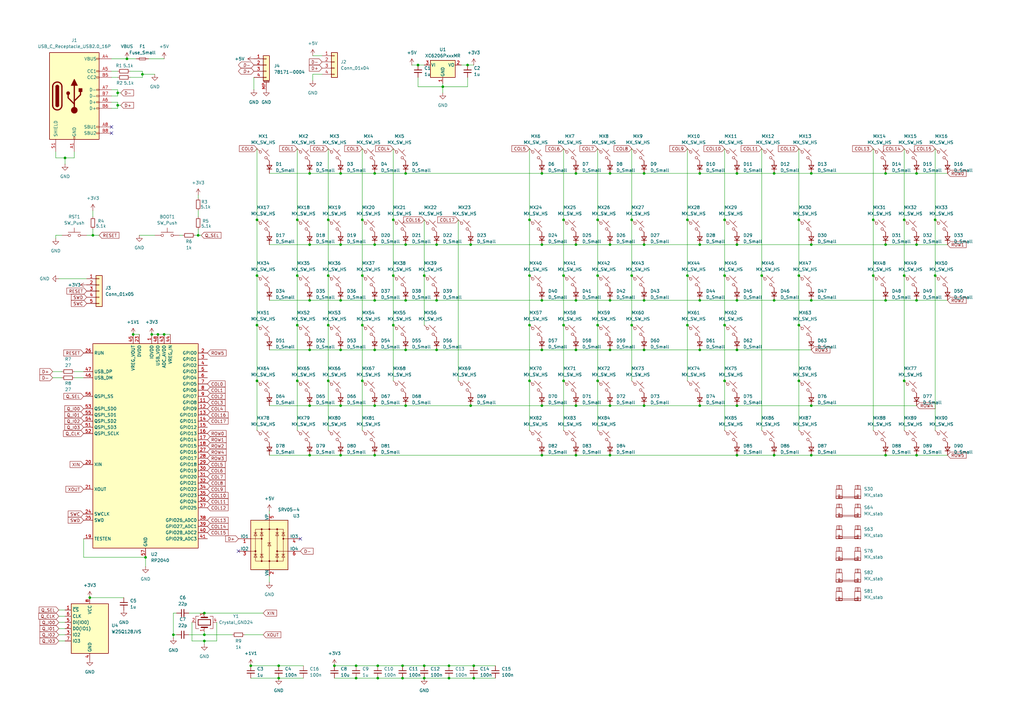
<source format=kicad_sch>
(kicad_sch (version 20250114) (generator "eeschema") (generator_version "9.0")
  (paper "A3")
  (junction (at 121.92 113.03))
  (junction (at 71.12 260.35))
  (junction (at 194.31 278.13))
  (junction (at 245.11 90.17))
  (junction (at 153.67 71.12))
  (junction (at 236.22 166.37))
  (junction (at 297.18 113.03))
  (junction (at 287.02 100.33))
  (junction (at 259.08 133.35))
  (junction (at 173.99 278.13))
  (junction (at 114.3 273.05))
  (junction (at 139.7 100.33))
  (junction (at 231.14 113.03))
  (junction (at 363.22 71.12))
  (junction (at 370.84 90.17))
  (junction (at 264.16 71.12))
  (junction (at 332.74 123.19))
  (junction (at 38.1 96.52))
  (junction (at 102.87 273.05))
  (junction (at 236.22 143.51))
  (junction (at 26.67 64.77))
  (junction (at 222.25 143.51))
  (junction (at 127 166.37))
  (junction (at 236.22 123.19))
  (junction (at 166.37 71.12))
  (junction (at 146.05 273.05))
  (junction (at 317.5 186.69))
  (junction (at 302.26 143.51))
  (junction (at 250.19 143.51))
  (junction (at 302.26 100.33))
  (junction (at 165.1 273.05))
  (junction (at 217.17 156.21))
  (junction (at 121.92 156.21))
  (junction (at 222.25 166.37))
  (junction (at 127 143.51))
  (junction (at 231.14 133.35))
  (junction (at 370.84 113.03))
  (junction (at 161.29 90.17))
  (junction (at 58.42 30.48))
  (junction (at 317.5 123.19))
  (junction (at 287.02 123.19))
  (junction (at 250.19 166.37))
  (junction (at 36.83 245.11))
  (junction (at 375.92 186.69))
  (junction (at 236.22 100.33))
  (junction (at 327.66 90.17))
  (junction (at 59.69 228.6))
  (junction (at 153.67 123.19))
  (junction (at 245.11 133.35))
  (junction (at 184.15 278.13))
  (junction (at 264.16 123.19))
  (junction (at 317.5 71.12))
  (junction (at 383.54 90.17))
  (junction (at 264.16 100.33))
  (junction (at 181.61 35.56))
  (junction (at 48.26 38.1))
  (junction (at 302.26 166.37))
  (junction (at 363.22 100.33))
  (junction (at 139.7 186.69))
  (junction (at 245.11 156.21))
  (junction (at 231.14 90.17))
  (junction (at 137.16 273.05))
  (junction (at 127 100.33))
  (junction (at 173.99 113.03))
  (junction (at 105.41 156.21))
  (junction (at 148.59 113.03))
  (junction (at 281.94 133.35))
  (junction (at 121.92 90.17))
  (junction (at 62.23 137.16))
  (junction (at 245.11 113.03))
  (junction (at 83.82 260.35))
  (junction (at 236.22 186.69))
  (junction (at 259.08 90.17))
  (junction (at 250.19 100.33))
  (junction (at 148.59 90.17))
  (junction (at 358.14 113.03))
  (junction (at 363.22 186.69))
  (junction (at 250.19 71.12))
  (junction (at 161.29 133.35))
  (junction (at 173.99 273.05))
  (junction (at 250.19 186.69))
  (junction (at 217.17 90.17))
  (junction (at 127 186.69))
  (junction (at 264.16 166.37))
  (junction (at 332.74 71.12))
  (junction (at 105.41 133.35))
  (junction (at 222.25 71.12))
  (junction (at 297.18 133.35))
  (junction (at 222.25 123.19))
  (junction (at 166.37 123.19))
  (junction (at 153.67 143.51))
  (junction (at 134.62 90.17))
  (junction (at 184.15 273.05))
  (junction (at 191.77 26.67))
  (junction (at 148.59 133.35))
  (junction (at 146.05 278.13))
  (junction (at 281.94 90.17))
  (junction (at 48.26 43.18))
  (junction (at 222.25 100.33))
  (junction (at 171.45 26.67))
  (junction (at 370.84 156.21))
  (junction (at 154.94 273.05))
  (junction (at 363.22 123.19))
  (junction (at 287.02 166.37))
  (junction (at 327.66 133.35))
  (junction (at 64.77 137.16))
  (junction (at 166.37 166.37))
  (junction (at 287.02 143.51))
  (junction (at 153.67 166.37))
  (junction (at 161.29 113.03))
  (junction (at 193.04 100.33))
  (junction (at 358.14 90.17))
  (junction (at 194.31 273.05))
  (junction (at 302.26 123.19))
  (junction (at 139.7 71.12))
  (junction (at 332.74 166.37))
  (junction (at 81.28 96.52))
  (junction (at 165.1 278.13))
  (junction (at 383.54 113.03))
  (junction (at 327.66 113.03))
  (junction (at 297.18 156.21))
  (junction (at 375.92 123.19))
  (junction (at 52.07 24.13))
  (junction (at 166.37 100.33))
  (junction (at 139.7 123.19))
  (junction (at 134.62 133.35))
  (junction (at 193.04 166.37))
  (junction (at 312.42 113.03))
  (junction (at 332.74 186.69))
  (junction (at 231.14 156.21))
  (junction (at 179.07 143.51))
  (junction (at 179.07 123.19))
  (junction (at 105.41 90.17))
  (junction (at 153.67 186.69))
  (junction (at 148.59 156.21))
  (junction (at 287.02 71.12))
  (junction (at 105.41 113.03))
  (junction (at 83.82 251.46))
  (junction (at 236.22 71.12))
  (junction (at 153.67 100.33))
  (junction (at 217.17 113.03))
  (junction (at 332.74 100.33))
  (junction (at 217.17 133.35))
  (junction (at 222.25 186.69))
  (junction (at 375.92 71.12))
  (junction (at 302.26 71.12))
  (junction (at 114.3 278.13))
  (junction (at 179.07 100.33))
  (junction (at 166.37 143.51))
  (junction (at 139.7 143.51))
  (junction (at 297.18 90.17))
  (junction (at 127 123.19))
  (junction (at 281.94 113.03))
  (junction (at 154.94 278.13))
  (junction (at 67.31 137.16))
  (junction (at 375.92 100.33))
  (junction (at 327.66 156.21))
  (junction (at 139.7 166.37))
  (junction (at 121.92 133.35))
  (junction (at 83.82 262.89))
  (junction (at 134.62 113.03))
  (junction (at 264.16 143.51))
  (junction (at 250.19 123.19))
  (junction (at 54.61 137.16))
  (junction (at 259.08 113.03))
  (junction (at 302.26 186.69))
  (junction (at 127 71.12))
  (junction (at 134.62 156.21))
  (no_connect (at 45.72 54.61))
  (no_connect (at 45.72 52.07))
  (no_connect (at 123.19 220.98))
  (no_connect (at 97.79 226.06))
  (wire (pts (xy 110.49 100.33) (xy 127 100.33)))
  (wire (pts (xy 77.47 251.46) (xy 83.82 251.46)))
  (wire (pts (xy 45.72 44.45) (xy 48.26 44.45)))
  (wire (pts (xy 102.87 273.05) (xy 114.3 273.05)))
  (wire (pts (xy 102.87 278.13) (xy 114.3 278.13)))
  (wire (pts (xy 222.25 166.37) (xy 236.22 166.37)))
  (wire (pts (xy 236.22 100.33) (xy 250.19 100.33)))
  (wire (pts (xy 287.02 100.33) (xy 302.26 100.33)))
  (wire (pts (xy 302.26 71.12) (xy 317.5 71.12)))
  (wire (pts (xy 250.19 143.51) (xy 264.16 143.51)))
  (wire (pts (xy 110.49 186.69) (xy 127 186.69)))
  (wire (pts (xy 24.13 114.3) (xy 35.56 114.3)))
  (wire (pts (xy 128.27 30.48) (xy 132.08 30.48)))
  (wire (pts (xy 121.92 90.17) (xy 121.92 113.03)))
  (wire (pts (xy 161.29 90.17) (xy 161.29 113.03)))
  (wire (pts (xy 22.86 64.77) (xy 26.67 64.77)))
  (wire (pts (xy 148.59 133.35) (xy 148.59 156.21)))
  (wire (pts (xy 191.77 35.56) (xy 181.61 35.56)))
  (wire (pts (xy 287.02 123.19) (xy 302.26 123.19)))
  (wire (pts (xy 168.91 26.67) (xy 171.45 26.67)))
  (wire (pts (xy 166.37 100.33) (xy 179.07 100.33)))
  (wire (pts (xy 153.67 100.33) (xy 166.37 100.33)))
  (wire (pts (xy 184.15 278.13) (xy 194.31 278.13)))
  (wire (pts (xy 317.5 71.12) (xy 332.74 71.12)))
  (wire (pts (xy 375.92 71.12) (xy 388.62 71.12)))
  (wire (pts (xy 181.61 38.1) (xy 181.61 35.56)))
  (wire (pts (xy 154.94 278.13) (xy 165.1 278.13)))
  (wire (pts (xy 139.7 71.12) (xy 153.67 71.12)))
  (wire (pts (xy 332.74 166.37) (xy 375.92 166.37)))
  (wire (pts (xy 363.22 100.33) (xy 375.92 100.33)))
  (wire (pts (xy 312.42 113.03) (xy 312.42 176.53)))
  (wire (pts (xy 121.92 60.96) (xy 121.92 90.17)))
  (wire (pts (xy 71.12 261.62) (xy 71.12 260.35)))
  (wire (pts (xy 191.77 26.67) (xy 194.31 26.67)))
  (wire (pts (xy 36.83 245.11) (xy 50.8 245.11)))
  (wire (pts (xy 327.66 60.96) (xy 327.66 90.17)))
  (wire (pts (xy 40.64 96.52) (xy 38.1 96.52)))
  (wire (pts (xy 231.14 156.21) (xy 231.14 176.53)))
  (wire (pts (xy 30.48 154.94) (xy 34.29 154.94)))
  (wire (pts (xy 110.49 123.19) (xy 127 123.19)))
  (wire (pts (xy 105.41 113.03) (xy 105.41 133.35)))
  (wire (pts (xy 166.37 166.37) (xy 193.04 166.37)))
  (wire (pts (xy 121.92 113.03) (xy 121.92 133.35)))
  (wire (pts (xy 236.22 166.37) (xy 250.19 166.37)))
  (wire (pts (xy 73.66 96.52) (xy 74.93 96.52)))
  (wire (pts (xy 57.15 96.52) (xy 63.5 96.52)))
  (wire (pts (xy 264.16 100.33) (xy 287.02 100.33)))
  (wire (pts (xy 134.62 113.03) (xy 134.62 133.35)))
  (wire (pts (xy 312.42 60.96) (xy 312.42 113.03)))
  (wire (pts (xy 114.3 273.05) (xy 124.46 273.05)))
  (wire (pts (xy 137.16 278.13) (xy 146.05 278.13)))
  (wire (pts (xy 127 100.33) (xy 139.7 100.33)))
  (wire (pts (xy 302.26 100.33) (xy 332.74 100.33)))
  (wire (pts (xy 363.22 123.19) (xy 375.92 123.19)))
  (wire (pts (xy 110.49 166.37) (xy 127 166.37)))
  (wire (pts (xy 231.14 113.03) (xy 231.14 133.35)))
  (wire (pts (xy 153.67 71.12) (xy 166.37 71.12)))
  (wire (pts (xy 127 186.69) (xy 139.7 186.69)))
  (wire (pts (xy 173.99 90.17) (xy 173.99 113.03)))
  (wire (pts (xy 139.7 186.69) (xy 153.67 186.69)))
  (wire (pts (xy 62.23 137.16) (xy 64.77 137.16)))
  (wire (pts (xy 281.94 113.03) (xy 281.94 133.35)))
  (wire (pts (xy 139.7 100.33) (xy 153.67 100.33)))
  (wire (pts (xy 259.08 133.35) (xy 259.08 156.21)))
  (wire (pts (xy 22.86 96.52) (xy 25.4 96.52)))
  (wire (pts (xy 250.19 71.12) (xy 264.16 71.12)))
  (wire (pts (xy 161.29 133.35) (xy 161.29 156.21)))
  (wire (pts (xy 127 143.51) (xy 139.7 143.51)))
  (wire (pts (xy 58.42 29.21) (xy 58.42 30.48)))
  (wire (pts (xy 193.04 100.33) (xy 222.25 100.33)))
  (wire (pts (xy 110.49 143.51) (xy 127 143.51)))
  (wire (pts (xy 297.18 113.03) (xy 297.18 133.35)))
  (wire (pts (xy 358.14 60.96) (xy 358.14 90.17)))
  (wire (pts (xy 181.61 35.56) (xy 181.61 34.29)))
  (wire (pts (xy 127 123.19) (xy 139.7 123.19)))
  (wire (pts (xy 383.54 113.03) (xy 383.54 176.53)))
  (wire (pts (xy 134.62 133.35) (xy 134.62 156.21)))
  (wire (pts (xy 302.26 123.19) (xy 317.5 123.19)))
  (wire (pts (xy 121.92 156.21) (xy 121.92 176.53)))
  (wire (pts (xy 72.39 251.46) (xy 71.12 251.46)))
  (wire (pts (xy 281.94 90.17) (xy 281.94 113.03)))
  (wire (pts (xy 171.45 31.75) (xy 171.45 35.56)))
  (wire (pts (xy 83.82 262.89) (xy 88.9 262.89)))
  (wire (pts (xy 194.31 273.05) (xy 203.2 273.05)))
  (wire (pts (xy 297.18 133.35) (xy 297.18 156.21)))
  (wire (pts (xy 217.17 133.35) (xy 217.17 156.21)))
  (wire (pts (xy 24.13 260.35) (xy 26.67 260.35)))
  (wire (pts (xy 105.41 133.35) (xy 105.41 156.21)))
  (wire (pts (xy 259.08 60.96) (xy 259.08 90.17)))
  (wire (pts (xy 165.1 278.13) (xy 173.99 278.13)))
  (wire (pts (xy 327.66 90.17) (xy 327.66 113.03)))
  (wire (pts (xy 48.26 38.1) (xy 48.26 39.37)))
  (wire (pts (xy 358.14 113.03) (xy 358.14 176.53)))
  (wire (pts (xy 375.92 123.19) (xy 388.62 123.19)))
  (wire (pts (xy 67.31 137.16) (xy 69.85 137.16)))
  (wire (pts (xy 58.42 30.48) (xy 63.5 30.48)))
  (wire (pts (xy 187.96 90.17) (xy 187.96 156.21)))
  (wire (pts (xy 171.45 26.67) (xy 173.99 26.67)))
  (wire (pts (xy 139.7 143.51) (xy 153.67 143.51)))
  (wire (pts (xy 193.04 166.37) (xy 222.25 166.37)))
  (wire (pts (xy 34.29 228.6) (xy 59.69 228.6)))
  (wire (pts (xy 154.94 273.05) (xy 165.1 273.05)))
  (wire (pts (xy 264.16 71.12) (xy 287.02 71.12)))
  (wire (pts (xy 45.72 36.83) (xy 48.26 36.83)))
  (wire (pts (xy 166.37 123.19) (xy 179.07 123.19)))
  (wire (pts (xy 54.61 137.16) (xy 57.15 137.16)))
  (wire (pts (xy 370.84 60.96) (xy 370.84 90.17)))
  (wire (pts (xy 38.1 86.36) (xy 38.1 88.9)))
  (wire (pts (xy 236.22 123.19) (xy 250.19 123.19)))
  (wire (pts (xy 83.82 251.46) (xy 107.95 251.46)))
  (wire (pts (xy 153.67 166.37) (xy 166.37 166.37)))
  (wire (pts (xy 370.84 90.17) (xy 370.84 113.03)))
  (wire (pts (xy 171.45 35.56) (xy 181.61 35.56)))
  (wire (pts (xy 236.22 143.51) (xy 250.19 143.51)))
  (wire (pts (xy 281.94 60.96) (xy 281.94 90.17)))
  (wire (pts (xy 236.22 186.69) (xy 250.19 186.69)))
  (wire (pts (xy 110.49 209.55) (xy 110.49 210.82)))
  (wire (pts (xy 173.99 278.13) (xy 184.15 278.13)))
  (wire (pts (xy 245.11 60.96) (xy 245.11 90.17)))
  (wire (pts (xy 45.72 31.75) (xy 48.26 31.75)))
  (wire (pts (xy 363.22 186.69) (xy 375.92 186.69)))
  (wire (pts (xy 24.13 257.81) (xy 26.67 257.81)))
  (wire (pts (xy 281.94 133.35) (xy 281.94 156.21)))
  (wire (pts (xy 327.66 113.03) (xy 327.66 133.35)))
  (wire (pts (xy 139.7 123.19) (xy 153.67 123.19)))
  (wire (pts (xy 165.1 273.05) (xy 173.99 273.05)))
  (wire (pts (xy 153.67 123.19) (xy 166.37 123.19)))
  (wire (pts (xy 179.07 143.51) (xy 222.25 143.51)))
  (wire (pts (xy 148.59 113.03) (xy 148.59 133.35)))
  (wire (pts (xy 250.19 186.69) (xy 302.26 186.69)))
  (wire (pts (xy 287.02 166.37) (xy 302.26 166.37)))
  (wire (pts (xy 222.25 186.69) (xy 236.22 186.69)))
  (wire (pts (xy 250.19 166.37) (xy 264.16 166.37)))
  (wire (pts (xy 194.31 278.13) (xy 203.2 278.13)))
  (wire (pts (xy 81.28 86.36) (xy 81.28 88.9)))
  (wire (pts (xy 21.59 154.94) (xy 25.4 154.94)))
  (wire (pts (xy 245.11 156.21) (xy 245.11 176.53)))
  (wire (pts (xy 128.27 22.86) (xy 132.08 22.86)))
  (wire (pts (xy 88.9 262.89) (xy 88.9 255.27)))
  (wire (pts (xy 264.16 123.19) (xy 287.02 123.19)))
  (wire (pts (xy 83.82 259.08) (xy 83.82 260.35)))
  (wire (pts (xy 245.11 113.03) (xy 245.11 133.35)))
  (wire (pts (xy 105.41 156.21) (xy 105.41 176.53)))
  (wire (pts (xy 22.86 97.79) (xy 22.86 96.52)))
  (wire (pts (xy 297.18 90.17) (xy 297.18 113.03)))
  (wire (pts (xy 105.41 60.96) (xy 105.41 90.17)))
  (wire (pts (xy 166.37 71.12) (xy 222.25 71.12)))
  (wire (pts (xy 64.77 137.16) (xy 67.31 137.16)))
  (wire (pts (xy 250.19 123.19) (xy 264.16 123.19)))
  (wire (pts (xy 81.28 80.01) (xy 81.28 81.28)))
  (wire (pts (xy 148.59 90.17) (xy 148.59 113.03)))
  (wire (pts (xy 60.96 24.13) (xy 67.31 24.13)))
  (wire (pts (xy 104.14 36.83) (xy 104.14 31.75)))
  (wire (pts (xy 148.59 60.96) (xy 148.59 90.17)))
  (wire (pts (xy 114.3 278.13) (xy 124.46 278.13)))
  (wire (pts (xy 161.29 113.03) (xy 161.29 133.35)))
  (wire (pts (xy 302.26 143.51) (xy 332.74 143.51)))
  (wire (pts (xy 179.07 100.33) (xy 193.04 100.33)))
  (wire (pts (xy 58.42 31.75) (xy 53.34 31.75)))
  (wire (pts (xy 259.08 90.17) (xy 259.08 113.03)))
  (wire (pts (xy 71.12 260.35) (xy 72.39 260.35)))
  (wire (pts (xy 110.49 238.76) (xy 110.49 236.22)))
  (wire (pts (xy 59.69 228.6) (xy 59.69 232.41)))
  (wire (pts (xy 83.82 264.16) (xy 83.82 262.89)))
  (wire (pts (xy 217.17 156.21) (xy 217.17 176.53)))
  (wire (pts (xy 327.66 133.35) (xy 327.66 156.21)))
  (wire (pts (xy 375.92 186.69) (xy 388.62 186.69)))
  (wire (pts (xy 137.16 273.05) (xy 146.05 273.05)))
  (wire (pts (xy 30.48 64.77) (xy 30.48 62.23)))
  (wire (pts (xy 45.72 24.13) (xy 52.07 24.13)))
  (wire (pts (xy 191.77 31.75) (xy 191.77 35.56)))
  (wire (pts (xy 297.18 156.21) (xy 297.18 176.53)))
  (wire (pts (xy 332.74 71.12) (xy 363.22 71.12)))
  (wire (pts (xy 332.74 186.69) (xy 363.22 186.69)))
  (wire (pts (xy 217.17 60.96) (xy 217.17 90.17)))
  (wire (pts (xy 34.29 220.98) (xy 34.29 228.6)))
  (wire (pts (xy 21.59 152.4) (xy 25.4 152.4)))
  (wire (pts (xy 302.26 166.37) (xy 332.74 166.37)))
  (wire (pts (xy 52.07 24.13) (xy 55.88 24.13)))
  (wire (pts (xy 146.05 278.13) (xy 154.94 278.13)))
  (wire (pts (xy 53.34 29.21) (xy 58.42 29.21)))
  (wire (pts (xy 58.42 30.48) (xy 58.42 31.75)))
  (wire (pts (xy 383.54 90.17) (xy 383.54 113.03)))
  (wire (pts (xy 264.16 166.37) (xy 287.02 166.37)))
  (wire (pts (xy 127 71.12) (xy 139.7 71.12)))
  (wire (pts (xy 297.18 60.96) (xy 297.18 90.17)))
  (wire (pts (xy 45.72 39.37) (xy 48.26 39.37)))
  (wire (pts (xy 236.22 71.12) (xy 250.19 71.12)))
  (wire (pts (xy 48.26 36.83) (xy 48.26 38.1)))
  (wire (pts (xy 128.27 33.02) (xy 128.27 30.48)))
  (wire (pts (xy 26.67 64.77) (xy 30.48 64.77)))
  (wire (pts (xy 189.23 26.67) (xy 191.77 26.67)))
  (wire (pts (xy 134.62 60.96) (xy 134.62 90.17)))
  (wire (pts (xy 184.15 273.05) (xy 194.31 273.05)))
  (wire (pts (xy 231.14 90.17) (xy 231.14 113.03)))
  (wire (pts (xy 38.1 96.52) (xy 35.56 96.52)))
  (wire (pts (xy 259.08 113.03) (xy 259.08 133.35)))
  (wire (pts (xy 81.28 96.52) (xy 82.55 96.52)))
  (wire (pts (xy 77.47 260.35) (xy 83.82 260.35)))
  (wire (pts (xy 358.14 90.17) (xy 358.14 113.03)))
  (wire (pts (xy 81.28 93.98) (xy 81.28 96.52)))
  (wire (pts (xy 287.02 71.12) (xy 302.26 71.12)))
  (wire (pts (xy 83.82 260.35) (xy 95.25 260.35)))
  (wire (pts (xy 287.02 143.51) (xy 302.26 143.51)))
  (wire (pts (xy 222.25 123.19) (xy 236.22 123.19)))
  (wire (pts (xy 127 166.37) (xy 139.7 166.37)))
  (wire (pts (xy 370.84 113.03) (xy 370.84 156.21)))
  (wire (pts (xy 173.99 273.05) (xy 184.15 273.05)))
  (wire (pts (xy 134.62 156.21) (xy 134.62 176.53)))
  (wire (pts (xy 327.66 156.21) (xy 327.66 176.53)))
  (wire (pts (xy 375.92 100.33) (xy 388.62 100.33)))
  (wire (pts (xy 217.17 113.03) (xy 217.17 133.35)))
  (wire (pts (xy 121.92 133.35) (xy 121.92 156.21)))
  (wire (pts (xy 161.29 60.96) (xy 161.29 90.17)))
  (wire (pts (xy 49.53 38.1) (xy 48.26 38.1)))
  (wire (pts (xy 217.17 90.17) (xy 217.17 113.03)))
  (wire (pts (xy 45.72 41.91) (xy 48.26 41.91)))
  (wire (pts (xy 231.14 60.96) (xy 231.14 90.17)))
  (wire (pts (xy 100.33 260.35) (xy 107.95 260.35)))
  (wire (pts (xy 317.5 123.19) (xy 332.74 123.19)))
  (wire (pts (xy 45.72 29.21) (xy 48.26 29.21)))
  (wire (pts (xy 24.13 255.27) (xy 26.67 255.27)))
  (wire (pts (xy 24.13 262.89) (xy 26.67 262.89)))
  (wire (pts (xy 245.11 90.17) (xy 245.11 113.03)))
  (wire (pts (xy 148.59 156.21) (xy 148.59 176.53)))
  (wire (pts (xy 222.25 143.51) (xy 236.22 143.51)))
  (wire (pts (xy 71.12 251.46) (xy 71.12 260.35)))
  (wire (pts (xy 222.25 71.12) (xy 236.22 71.12)))
  (wire (pts (xy 24.13 250.19) (xy 26.67 250.19)))
  (wire (pts (xy 49.53 43.18) (xy 48.26 43.18)))
  (wire (pts (xy 179.07 123.19) (xy 222.25 123.19)))
  (wire (pts (xy 222.25 100.33) (xy 236.22 100.33)))
  (wire (pts (xy 134.62 90.17) (xy 134.62 113.03)))
  (wire (pts (xy 80.01 96.52) (xy 81.28 96.52)))
  (wire (pts (xy 38.1 93.98) (xy 38.1 96.52)))
  (wire (pts (xy 48.26 41.91) (xy 48.26 43.18)))
  (wire (pts (xy 370.84 156.21) (xy 370.84 176.53)))
  (wire (pts (xy 30.48 152.4) (xy 34.29 152.4)))
  (wire (pts (xy 383.54 60.96) (xy 383.54 90.17)))
  (wire (pts (xy 146.05 273.05) (xy 154.94 273.05)))
  (wire (pts (xy 153.67 143.51) (xy 166.37 143.51)))
  (wire (pts (xy 24.13 252.73) (xy 26.67 252.73)))
  (wire (pts (xy 153.67 186.69) (xy 222.25 186.69)))
  (wire (pts (xy 173.99 113.03) (xy 173.99 133.35)))
  (wire (pts (xy 264.16 143.51) (xy 287.02 143.51)))
  (wire (pts (xy 166.37 143.51) (xy 179.07 143.51)))
  (wire (pts (xy 78.74 262.89) (xy 83.82 262.89)))
  (wire (pts (xy 231.14 133.35) (xy 231.14 156.21)))
  (wire (pts (xy 363.22 71.12) (xy 375.92 71.12)))
  (wire (pts (xy 26.67 67.31) (xy 26.67 64.77)))
  (wire (pts (xy 302.26 186.69) (xy 317.5 186.69)))
  (wire (pts (xy 250.19 100.33) (xy 264.16 100.33)))
  (wire (pts (xy 245.11 133.35) (xy 245.11 156.21)))
  (wire (pts (xy 22.86 62.23) (xy 22.86 64.77)))
  (wire (pts (xy 332.74 123.19) (xy 363.22 123.19)))
  (wire (pts (xy 48.26 43.18) (xy 48.26 44.45)))
  (wire (pts (xy 78.74 262.89) (xy 78.74 255.27)))
  (wire (pts (xy 317.5 186.69) (xy 332.74 186.69)))
  (wire (pts (xy 110.49 71.12) (xy 127 71.12)))
  (wire (pts (xy 139.7 166.37) (xy 153.67 166.37)))
  (wire (pts (xy 332.74 100.33) (xy 363.22 100.33)))
  (wire (pts (xy 105.41 90.17) (xy 105.41 113.03)))
  (global_label "COL5" (shape input) (at 85.09 190.5 0) (property "Intersheetrefs" "${INTERSHEET_REFS}" (effects (hide yes))))
  (global_label "COL16" (shape input) (at 173.99 90.17 180) (property "Intersheetrefs" "${INTERSHEET_REFS}" (effects (hide yes))))
  (global_label "COL8" (shape input) (at 85.09 198.12 0) (property "Intersheetrefs" "${INTERSHEET_REFS}" (effects (hide yes))))
  (global_label "COL12" (shape input) (at 85.09 208.28 0) (property "Intersheetrefs" "${INTERSHEET_REFS}" (effects (hide yes))))
  (global_label "ROW4" (shape input) (at 85.09 185.42 0) (property "Intersheetrefs" "${INTERSHEET_REFS}" (effects (hide yes))))
  (global_label "COL0" (shape input) (at 85.09 157.48 0) (property "Intersheetrefs" "${INTERSHEET_REFS}" (effects (hide yes))))
  (global_label "Q_SEL" (shape input) (at 24.13 250.19 180) (property "Intersheetrefs" "${INTERSHEET_REFS}" (effects (hide yes))))
  (global_label "COL14" (shape input) (at 85.09 215.9 0) (property "Intersheetrefs" "${INTERSHEET_REFS}" (effects (hide yes))))
  (global_label "COL12" (shape input) (at 327.66 60.96 180) (property "Intersheetrefs" "${INTERSHEET_REFS}" (effects (hide yes))))
  (global_label "Q_SEL" (shape input) (at 82.55 96.52 0) (property "Intersheetrefs" "${INTERSHEET_REFS}" (effects (hide yes))))
  (global_label "ROW2" (shape input) (at 85.09 182.88 0) (property "Intersheetrefs" "${INTERSHEET_REFS}" (effects (hide yes))))
  (global_label "D+" (shape input) (at 49.53 43.18 0) (property "Intersheetrefs" "${INTERSHEET_REFS}" (effects (hide yes))))
  (global_label "D+" (shape input) (at 97.79 220.98 180) (property "Intersheetrefs" "${INTERSHEET_REFS}" (effects (hide yes))))
  (global_label "D+" (shape bidirectional) (at 104.14 29.21 180) (effects (font (italic yes))) (property "Intersheetrefs" "${INTERSHEET_REFS}" (effects (hide yes))))
  (global_label "Q_SEL" (shape input) (at 34.29 162.56 180) (property "Intersheetrefs" "${INTERSHEET_REFS}" (effects (hide yes))))
  (global_label "COL8" (shape input) (at 259.08 60.96 180) (property "Intersheetrefs" "${INTERSHEET_REFS}" (effects (hide yes))))
  (global_label "XIN" (shape input) (at 34.29 190.5 180) (property "Intersheetrefs" "${INTERSHEET_REFS}" (effects (hide yes))))
  (global_label "ROW3" (shape input) (at 85.09 187.96 0) (property "Intersheetrefs" "${INTERSHEET_REFS}" (effects (hide yes))))
  (global_label "COL2" (shape input) (at 134.62 60.96 180) (property "Intersheetrefs" "${INTERSHEET_REFS}" (effects (hide yes))))
  (global_label "COL10" (shape input) (at 297.18 60.96 180) (property "Intersheetrefs" "${INTERSHEET_REFS}" (effects (hide yes))))
  (global_label "XIN" (shape input) (at 107.95 251.46 0) (property "Intersheetrefs" "${INTERSHEET_REFS}" (effects (hide yes))))
  (global_label "D-" (shape input) (at 49.53 38.1 0) (property "Intersheetrefs" "${INTERSHEET_REFS}" (effects (hide yes))))
  (global_label "ROW5" (shape input) (at 85.09 144.78 0) (property "Intersheetrefs" "${INTERSHEET_REFS}" (effects (hide yes))))
  (global_label "SWC" (shape input) (at 35.56 124.46 180) (property "Intersheetrefs" "${INTERSHEET_REFS}" (effects (hide yes))))
  (global_label "ROW1" (shape input) (at 85.09 180.34 0) (property "Intersheetrefs" "${INTERSHEET_REFS}" (effects (hide yes))))
  (global_label "COL3" (shape input) (at 85.09 165.1 0) (property "Intersheetrefs" "${INTERSHEET_REFS}" (effects (hide yes))))
  (global_label "COL6" (shape input) (at 231.14 60.96 180) (property "Intersheetrefs" "${INTERSHEET_REFS}" (effects (hide yes))))
  (global_label "ROW0" (shape input) (at 388.62 71.12 0) (property "Intersheetrefs" "${INTERSHEET_REFS}" (effects (hide yes))))
  (global_label "D-" (shape input) (at 123.19 226.06 0) (property "Intersheetrefs" "${INTERSHEET_REFS}" (effects (hide yes))))
  (global_label "SWD" (shape input) (at 35.56 121.92 180) (property "Intersheetrefs" "${INTERSHEET_REFS}" (effects (hide yes))))
  (global_label "Q_I00" (shape input) (at 24.13 255.27 180) (property "Intersheetrefs" "${INTERSHEET_REFS}" (effects (hide yes))))
  (global_label "D+" (shape input) (at 21.59 152.4 180) (property "Intersheetrefs" "${INTERSHEET_REFS}" (effects (hide yes))))
  (global_label "Q_CLK" (shape input) (at 24.13 252.73 180) (property "Intersheetrefs" "${INTERSHEET_REFS}" (effects (hide yes))))
  (global_label "Q_I00" (shape input) (at 34.29 167.64 180) (property "Intersheetrefs" "${INTERSHEET_REFS}" (effects (hide yes))))
  (global_label "ROW2" (shape input) (at 388.62 123.19 0) (property "Intersheetrefs" "${INTERSHEET_REFS}" (effects (hide yes))))
  (global_label "XOUT" (shape input) (at 34.29 200.66 180) (property "Intersheetrefs" "${INTERSHEET_REFS}" (effects (hide yes))))
  (global_label "COL4" (shape input) (at 161.29 60.96 180) (property "Intersheetrefs" "${INTERSHEET_REFS}" (effects (hide yes))))
  (global_label "Q_CLK" (shape input) (at 34.29 177.8 180) (property "Intersheetrefs" "${INTERSHEET_REFS}" (effects (hide yes))))
  (global_label "ROW0" (shape input) (at 85.09 177.8 0) (property "Intersheetrefs" "${INTERSHEET_REFS}" (effects (hide yes))))
  (global_label "XOUT" (shape input) (at 107.95 260.35 0) (property "Intersheetrefs" "${INTERSHEET_REFS}" (effects (hide yes))))
  (global_label "COL4" (shape input) (at 85.09 167.64 0) (property "Intersheetrefs" "${INTERSHEET_REFS}" (effects (hide yes))))
  (global_label "RESET" (shape input) (at 35.56 119.38 180) (property "Intersheetrefs" "${INTERSHEET_REFS}" (effects (hide yes))))
  (global_label "COL14" (shape input) (at 370.84 60.96 180) (property "Intersheetrefs" "${INTERSHEET_REFS}" (effects (hide yes))))
  (global_label "COL1" (shape input) (at 85.09 160.02 0) (property "Intersheetrefs" "${INTERSHEET_REFS}" (effects (hide yes))))
  (global_label "ROW4" (shape input) (at 375.92 166.37 0) (property "Intersheetrefs" "${INTERSHEET_REFS}" (effects (hide yes))))
  (global_label "COL3" (shape input) (at 148.59 60.96 180) (property "Intersheetrefs" "${INTERSHEET_REFS}" (effects (hide yes))))
  (global_label "COL9" (shape input) (at 85.09 200.66 0) (property "Intersheetrefs" "${INTERSHEET_REFS}" (effects (hide yes))))
  (global_label "COL7" (shape input) (at 245.11 60.96 180) (property "Intersheetrefs" "${INTERSHEET_REFS}" (effects (hide yes))))
  (global_label "D-" (shape input) (at 21.59 154.94 180) (property "Intersheetrefs" "${INTERSHEET_REFS}" (effects (hide yes))))
  (global_label "ROW3" (shape input) (at 332.74 143.51 0) (property "Intersheetrefs" "${INTERSHEET_REFS}" (effects (hide yes))))
  (global_label "Q_I03" (shape input) (at 24.13 262.89 180) (property "Intersheetrefs" "${INTERSHEET_REFS}" (effects (hide yes))))
  (global_label "COL11" (shape input) (at 85.09 205.74 0) (property "Intersheetrefs" "${INTERSHEET_REFS}" (effects (hide yes))))
  (global_label "COL1" (shape input) (at 121.92 60.96 180) (property "Intersheetrefs" "${INTERSHEET_REFS}" (effects (hide yes))))
  (global_label "D-" (shape input) (at 132.08 25.4 180) (property "Intersheetrefs" "${INTERSHEET_REFS}" (effects (hide yes))))
  (global_label "COL9" (shape input) (at 281.94 60.96 180) (property "Intersheetrefs" "${INTERSHEET_REFS}" (effects (hide yes))))
  (global_label "COL13" (shape input) (at 358.14 60.96 180) (property "Intersheetrefs" "${INTERSHEET_REFS}" (effects (hide yes))))
  (global_label "ROW1" (shape input) (at 388.62 100.33 0) (property "Intersheetrefs" "${INTERSHEET_REFS}" (effects (hide yes))))
  (global_label "COL13" (shape input) (at 85.09 213.36 0) (property "Intersheetrefs" "${INTERSHEET_REFS}" (effects (hide yes))))
  (global_label "SWD" (shape input) (at 34.29 213.36 180) (property "Intersheetrefs" "${INTERSHEET_REFS}" (effects (hide yes))))
  (global_label "COL0" (shape input) (at 105.41 60.96 180) (property "Intersheetrefs" "${INTERSHEET_REFS}" (effects (hide yes))))
  (global_label "Q_I03" (shape input) (at 34.29 175.26 180) (property "Intersheetrefs" "${INTERSHEET_REFS}" (effects (hide yes))))
  (global_label "COL7" (shape input) (at 85.09 195.58 0) (property "Intersheetrefs" "${INTERSHEET_REFS}" (effects (hide yes))))
  (global_label "COL5" (shape input) (at 217.17 60.96 180) (property "Intersheetrefs" "${INTERSHEET_REFS}" (effects (hide yes))))
  (global_label "Q_I02" (shape input) (at 34.29 172.72 180) (property "Intersheetrefs" "${INTERSHEET_REFS}" (effects (hide yes))))
  (global_label "COL10" (shape input) (at 85.09 203.2 0) (property "Intersheetrefs" "${INTERSHEET_REFS}" (effects (hide yes))))
  (global_label "Q_I02" (shape input) (at 24.13 260.35 180) (property "Intersheetrefs" "${INTERSHEET_REFS}" (effects (hide yes))))
  (global_label "D+" (shape input) (at 132.08 27.94 180) (property "Intersheetrefs" "${INTERSHEET_REFS}" (effects (hide yes))))
  (global_label "D-" (shape bidirectional) (at 104.14 26.67 180) (effects (font (italic yes))) (property "Intersheetrefs" "${INTERSHEET_REFS}" (effects (hide yes))))
  (global_label "COL17" (shape input) (at 85.09 172.72 0) (property "Intersheetrefs" "${INTERSHEET_REFS}" (effects (hide yes))))
  (global_label "COL16" (shape input) (at 85.09 170.18 0) (property "Intersheetrefs" "${INTERSHEET_REFS}" (effects (hide yes))))
  (global_label "COL15" (shape input) (at 383.54 60.96 180) (property "Intersheetrefs" "${INTERSHEET_REFS}" (effects (hide yes))))
  (global_label "COL17" (shape input) (at 187.96 90.17 180) (property "Intersheetrefs" "${INTERSHEET_REFS}" (effects (hide yes))))
  (global_label "ROW5" (shape input) (at 388.62 186.69 0) (property "Intersheetrefs" "${INTERSHEET_REFS}" (effects (hide yes))))
  (global_label "Q_I01" (shape input) (at 24.13 257.81 180) (property "Intersheetrefs" "${INTERSHEET_REFS}" (effects (hide yes))))
  (global_label "COL6" (shape input) (at 85.09 193.04 0) (property "Intersheetrefs" "${INTERSHEET_REFS}" (effects (hide yes))))
  (global_label "RESET" (shape input) (at 34.29 144.78 180) (property "Intersheetrefs" "${INTERSHEET_REFS}" (effects (hide yes))))
  (global_label "COL2" (shape input) (at 85.09 162.56 0) (property "Intersheetrefs" "${INTERSHEET_REFS}" (effects (hide yes))))
  (global_label "SWC" (shape input) (at 34.29 210.82 180) (property "Intersheetrefs" "${INTERSHEET_REFS}" (effects (hide yes))))
  (global_label "COL15" (shape input) (at 85.09 218.44 0) (property "Intersheetrefs" "${INTERSHEET_REFS}" (effects (hide yes))))
  (global_label "COL11" (shape input) (at 312.42 60.96 180) (property "Intersheetrefs" "${INTERSHEET_REFS}" (effects (hide yes))))
  (global_label "Q_I01" (shape input) (at 34.29 170.18 180) (property "Intersheetrefs" "${INTERSHEET_REFS}" (effects (hide yes))))
  (global_label "RESET" (shape input) (at 40.64 96.52 0) (property "Intersheetrefs" "${INTERSHEET_REFS}" (effects (hide yes))))
  (symbol (lib_id "marbastlib-mx:MX_SW_HS_CPG151101S11") (at 330.2 63.5 0) (unit 1)
    (property "Reference" "MX13" (at 330.2 55.88 0))
    (property "Value" "MX_SW_HS" (at 330.2 58.42 0))
    (property "Footprint" "marbastlib-mx:SW_MX_HS_CPG151101S11_1u" (effects (hide yes)))
    (property "Description" "Push button switch, normally open, two pins, 45° tilted, Kailh CPG151101S11 for Cherry MX style switches" (effects (hide yes)))
  )
  (symbol (lib_id "marbastlib-mx:MX_SW_HS_CPG151101S11") (at 360.68 92.71 0) (unit 1)
    (property "Reference" "MX31" (at 360.68 85.09 0))
    (property "Value" "MX_SW_HS" (at 360.68 87.63 0))
    (property "Footprint" "marbastlib-mx:SW_MX_HS_CPG151101S11_1u" (effects (hide yes)))
    (property "Description" "Push button switch, normally open, two pins, 45° tilted, Kailh CPG151101S11 for Cherry MX style switches" (effects (hide yes)))
  )
  (symbol (lib_id "Switch:SW_Push") (at 68.58 96.52 0) (unit 1)
    (property "Reference" "BOOT1" (at 68.58 88.9 0))
    (property "Value" "SW_Push" (at 68.58 91.44 0))
    (property "Footprint" "Button_Switch_SMD:SW_SPST_TL3342" (effects (hide yes)))
    (property "Description" "Push button switch, generic, two pins" (effects (hide yes)))
  )
  (symbol (lib_id "Device:D_Small") (at 317.5 120.65 90) (unit 1)
    (property "Reference" "D46" (at 320.04 119.3799 90) (effects (justify right)))
    (property "Value" "D_Small" (at 320.04 121.9199 90) (effects (justify right)))
    (property "Footprint" "Diode_SMD:D_SOD-123" (effects (hide yes)))
    (property "Description" "Diode, small symbol" (effects (hide yes)))
    (property "Sim.Device" "D" (effects (hide yes)))
    (property "Sim.Pins" "1=K 2=A" (effects (hide yes)))
  )
  (symbol (lib_id "marbastlib-mx:MX_SW_HS_CPG151101S11") (at 261.62 158.75 0) (unit 1)
    (property "Reference" "MX73" (at 261.62 151.13 0))
    (property "Value" "MX_SW_HS" (at 261.62 153.67 0))
    (property "Footprint" "marbastlib-mx:SW_MX_HS_CPG151101S11_1u" (effects (hide yes)))
    (property "Description" "Push button switch, normally open, two pins, 45° tilted, Kailh CPG151101S11 for Cherry MX style switches" (effects (hide yes)))
  )
  (symbol (lib_id "marbastlib-mx:MX_SW_HS_CPG151101S11") (at 373.38 179.07 0) (unit 1)
    (property "Reference" "MX89" (at 373.38 171.45 0))
    (property "Value" "MX_SW_HS" (at 373.38 173.99 0))
    (property "Footprint" "marbastlib-mx:SW_MX_HS_CPG151101S11_1u" (effects (hide yes)))
    (property "Description" "Push button switch, normally open, two pins, 45° tilted, Kailh CPG151101S11 for Cherry MX style switches" (effects (hide yes)))
  )
  (symbol (lib_id "marbastlib-mx:MX_SW_HS_CPG151101S11") (at 284.48 158.75 0) (unit 1)
    (property "Reference" "MX74" (at 284.48 151.13 0))
    (property "Value" "MX_SW_HS" (at 284.48 153.67 0))
    (property "Footprint" "marbastlib-mx:SW_MX_HS_CPG151101S11_1u" (effects (hide yes)))
    (property "Description" "Push button switch, normally open, two pins, 45° tilted, Kailh CPG151101S11 for Cherry MX style switches" (effects (hide yes)))
  )
  (symbol (lib_id "Device:D_Small") (at 110.49 163.83 90) (unit 1)
    (property "Reference" "D64" (at 113.03 162.5599 90) (effects (justify right)))
    (property "Value" "D_Small" (at 113.03 165.0999 90) (effects (justify right)))
    (property "Footprint" "Diode_SMD:D_SOD-123" (effects (hide yes)))
    (property "Description" "Diode, small symbol" (effects (hide yes)))
    (property "Sim.Device" "D" (effects (hide yes)))
    (property "Sim.Pins" "1=K 2=A" (effects (hide yes)))
  )
  (symbol (lib_id "Device:R_Small") (at 27.94 154.94 90) (unit 1)
    (property "Reference" "R8" (at 27.94 157.226 90))
    (property "Value" "27" (at 27.94 159.766 90))
    (property "Footprint" "Resistor_SMD:R_0402_1005Metric" (effects (hide yes)))
    (property "Description" "Resistor, small symbol" (effects (hide yes)))
  )
  (symbol (lib_id "marbastlib-mx:MX_SW_HS_CPG151101S11") (at 219.71 92.71 0) (unit 1)
    (property "Reference" "MX24" (at 219.71 85.09 0))
    (property "Value" "MX_SW_HS" (at 219.71 87.63 0))
    (property "Footprint" "marbastlib-mx:SW_MX_HS_CPG151101S11_1u" (effects (hide yes)))
    (property "Description" "Push button switch, normally open, two pins, 45° tilted, Kailh CPG151101S11 for Cherry MX style switches" (effects (hide yes)))
  )
  (symbol (lib_id "marbastlib-mx:MX_SW_HS_CPG151101S11") (at 330.2 115.57 0) (unit 1)
    (property "Reference" "MX47" (at 330.2 107.95 0))
    (property "Value" "MX_SW_HS" (at 330.2 110.49 0))
    (property "Footprint" "marbastlib-mx:SW_MX_HS_CPG151101S11_1.5u" (effects (hide yes)))
    (property "Description" "Push button switch, normally open, two pins, 45° tilted, Kailh CPG151101S11 for Cherry MX style switches" (effects (hide yes)))
  )
  (symbol (lib_id "Device:C_Small") (at 165.1 275.59 0) (unit 1)
    (property "Reference" "C11" (at 167.64 274.3262 0) (effects (justify left)))
    (property "Value" "100n" (at 167.64 276.8662 0) (effects (justify left)))
    (property "Footprint" "Capacitor_SMD:C_0402_1005Metric" (effects (hide yes)))
    (property "Description" "Unpolarized capacitor, small symbol" (effects (hide yes)))
  )
  (symbol (lib_id "marbastlib-mx:MX_SW_HS_CPG151101S11") (at 190.5 158.75 0) (unit 1)
    (property "Reference" "MX69" (at 190.5 151.13 0))
    (property "Value" "MX_SW_HS" (at 190.5 153.67 0))
    (property "Footprint" "marbastlib-mx:SW_MX_HS_CPG151101S11_1u" (effects (hide yes)))
    (property "Description" "Push button switch, normally open, two pins, 45° tilted, Kailh CPG151101S11 for Cherry MX style switches" (effects (hide yes)))
  )
  (symbol (lib_id "Device:D_Small") (at 375.92 97.79 90) (unit 1)
    (property "Reference" "D32" (at 378.46 96.5199 90) (effects (justify right)))
    (property "Value" "D_Small" (at 378.46 99.0599 90) (effects (justify right)))
    (property "Footprint" "Diode_SMD:D_SOD-123" (effects (hide yes)))
    (property "Description" "Diode, small symbol" (effects (hide yes)))
    (property "Sim.Device" "D" (effects (hide yes)))
    (property "Sim.Pins" "1=K 2=A" (effects (hide yes)))
  )
  (symbol (lib_id "Memory_Flash:W25Q128JVS") (at 36.83 257.81 0) (unit 1)
    (property "Reference" "U4" (at 45.72 256.5399 0) (effects (justify left)))
    (property "Value" "W25Q128JVS" (at 45.72 259.0799 0) (effects (justify left)))
    (property "Footprint" "Package_SO:SOIC-8_5.23x5.23mm_P1.27mm" (effects (hide yes)))
    (property "Datasheet" "http://www.winbond.com/resource-files/w25q128jv_dtr%20revc%2003272018%20plus.pdf" (effects (hide yes)))
    (property "Description" "128Mb Serial Flash Memory, Standard/Dual/Quad SPI, SOIC-8" (effects (hide yes)))
  )
  (symbol (lib_id "Device:D_Small") (at 179.07 140.97 90) (unit 1)
    (property "Reference" "D56" (at 181.61 139.6999 90) (effects (justify right)))
    (property "Value" "D_Small" (at 181.61 142.2399 90) (effects (justify right)))
    (property "Footprint" "Diode_SMD:D_SOD-123" (effects (hide yes)))
    (property "Description" "Diode, small symbol" (effects (hide yes)))
    (property "Sim.Device" "D" (effects (hide yes)))
    (property "Sim.Pins" "1=K 2=A" (effects (hide yes)))
  )
  (symbol (lib_id "power:+3V3") (at 62.23 137.16 0) (unit 1)
    (property "Reference" "#PWR019" (effects (hide yes)))
    (property "Value" "+3V3" (at 62.23 132.08 0))
    (property "Description" "Power symbol creates a global label with name \"+3V3\"" (effects (hide yes)))
  )
  (symbol (lib_id "Device:D_Small") (at 110.49 97.79 90) (unit 1)
    (property "Reference" "D17" (at 113.03 96.5199 90) (effects (justify right)))
    (property "Value" "D_Small" (at 113.03 99.0599 90) (effects (justify right)))
    (property "Footprint" "Diode_SMD:D_SOD-123" (effects (hide yes)))
    (property "Description" "Diode, small symbol" (effects (hide yes)))
    (property "Sim.Device" "D" (effects (hide yes)))
    (property "Sim.Pins" "1=K 2=A" (effects (hide yes)))
  )
  (symbol (lib_id "marbastlib-mx:MX_SW_HS_CPG151101S11") (at 360.68 63.5 0) (unit 1)
    (property "Reference" "MX14" (at 360.68 55.88 0))
    (property "Value" "MX_SW_HS" (at 360.68 58.42 0))
    (property "Footprint" "marbastlib-mx:SW_MX_HS_CPG151101S11_1u" (effects (hide yes)))
    (property "Description" "Push button switch, normally open, two pins, 45° tilted, Kailh CPG151101S11 for Cherry MX style switches" (effects (hide yes)))
  )
  (symbol (lib_id "Device:D_Small") (at 388.62 68.58 90) (unit 1)
    (property "Reference" "D16" (at 391.16 67.3099 90) (effects (justify right)))
    (property "Value" "D_Small" (at 391.16 69.8499 90) (effects (justify right)))
    (property "Footprint" "Diode_SMD:D_SOD-123" (effects (hide yes)))
    (property "Description" "Diode, small symbol" (effects (hide yes)))
    (property "Sim.Device" "D" (effects (hide yes)))
    (property "Sim.Pins" "1=K 2=A" (effects (hide yes)))
  )
  (symbol (lib_id "Connector:USB_C_Receptacle_USB2.0_16P") (at 30.48 39.37 0) (unit 1)
    (property "Reference" "J1" (at 30.48 16.51 0))
    (property "Value" "USB_C_Receptacle_USB2.0_16P" (at 30.48 19.05 0))
    (property "Footprint" "Connector_USB:USB_C_Receptacle_HRO_TYPE-C-31-M-12" (effects (hide yes)))
    (property "Datasheet" "https://www.usb.org/sites/default/files/documents/usb_type-c.zip" (effects (hide yes)))
    (property "Description" "USB 2.0-only 16P Type-C Receptacle connector" (effects (hide yes)))
  )
  (symbol (lib_id "marbastlib-mx:MX_SW_HS_CPG151101S11") (at 373.38 63.5 0) (unit 1)
    (property "Reference" "MX15" (at 373.38 55.88 0))
    (property "Value" "MX_SW_HS" (at 373.38 58.42 0))
    (property "Footprint" "marbastlib-mx:SW_MX_HS_CPG151101S11_1u" (effects (hide yes)))
    (property "Description" "Push button switch, normally open, two pins, 45° tilted, Kailh CPG151101S11 for Cherry MX style switches" (effects (hide yes)))
  )
  (symbol (lib_id "power:GND") (at 173.99 278.13 0) (unit 1)
    (property "Reference" "#PWR029" (effects (hide yes)))
    (property "Value" "GND" (at 173.99 283.21 0))
    (property "Description" "Power symbol creates a global label with name \"GND\" , ground" (effects (hide yes)))
  )
  (symbol (lib_id "Device:D_Small") (at 236.22 120.65 90) (unit 1)
    (property "Reference" "D41" (at 238.76 119.3799 90) (effects (justify right)))
    (property "Value" "D_Small" (at 238.76 121.9199 90) (effects (justify right)))
    (property "Footprint" "Diode_SMD:D_SOD-123" (effects (hide yes)))
    (property "Description" "Diode, small symbol" (effects (hide yes)))
    (property "Sim.Device" "D" (effects (hide yes)))
    (property "Sim.Pins" "1=K 2=A" (effects (hide yes)))
  )
  (symbol (lib_id "power:GND") (at 83.82 264.16 0) (unit 1)
    (property "Reference" "#PWR026" (effects (hide yes)))
    (property "Value" "GND" (at 83.82 269.24 0))
    (property "Description" "Power symbol creates a global label with name \"GND\" , ground" (effects (hide yes)))
  )
  (symbol (lib_id "Device:D_Small") (at 166.37 68.58 90) (unit 1)
    (property "Reference" "D5" (at 168.91 67.3099 90) (effects (justify right)))
    (property "Value" "D_Small" (at 168.91 69.8499 90) (effects (justify right)))
    (property "Footprint" "Diode_SMD:D_SOD-123" (effects (hide yes)))
    (property "Description" "Diode, small symbol" (effects (hide yes)))
    (property "Sim.Device" "D" (effects (hide yes)))
    (property "Sim.Pins" "1=K 2=A" (effects (hide yes)))
  )
  (symbol (lib_id "Device:D_Small") (at 166.37 163.83 90) (unit 1)
    (property "Reference" "D68" (at 168.91 162.5599 90) (effects (justify right)))
    (property "Value" "D_Small" (at 168.91 165.0999 90) (effects (justify right)))
    (property "Footprint" "Diode_SMD:D_SOD-123" (effects (hide yes)))
    (property "Description" "Diode, small symbol" (effects (hide yes)))
    (property "Sim.Device" "D" (effects (hide yes)))
    (property "Sim.Pins" "1=K 2=A" (effects (hide yes)))
  )
  (symbol (lib_id "Device:D_Small") (at 127 140.97 90) (unit 1)
    (property "Reference" "D52" (at 129.54 139.6999 90) (effects (justify right)))
    (property "Value" "D_Small" (at 129.54 142.2399 90) (effects (justify right)))
    (property "Footprint" "Diode_SMD:D_SOD-123" (effects (hide yes)))
    (property "Description" "Diode, small symbol" (effects (hide yes)))
    (property "Sim.Device" "D" (effects (hide yes)))
    (property "Sim.Pins" "1=K 2=A" (effects (hide yes)))
  )
  (symbol (lib_id "marbastlib-mx:MX_stab") (at 347.98 243.84 0) (unit 1)
    (property "Reference" "S81" (at 354.33 242.4429 0) (effects (justify left)))
    (property "Value" "MX_stab" (at 354.33 244.9829 0) (effects (justify left)))
    (property "Footprint" "marbastlib-mx:STAB_MX_2.75u" (effects (hide yes)))
    (property "Description" "Cherry MX-style stabilizer" (effects (hide yes)))
  )
  (symbol (lib_id "Device:D_Small") (at 302.26 184.15 90) (unit 1)
    (property "Reference" "D85" (at 304.8 182.8799 90) (effects (justify right)))
    (property "Value" "D_Small" (at 304.8 185.4199 90) (effects (justify right)))
    (property "Footprint" "Diode_SMD:D_SOD-123" (effects (hide yes)))
    (property "Description" "Diode, small symbol" (effects (hide yes)))
    (property "Sim.Device" "D" (effects (hide yes)))
    (property "Sim.Pins" "1=K 2=A" (effects (hide yes)))
  )
  (symbol (lib_id "marbastlib-mx:MX_stab") (at 347.98 227.33 0) (unit 1)
    (property "Reference" "S76" (at 354.33 225.9329 0) (effects (justify left)))
    (property "Value" "MX_stab" (at 354.33 228.4729 0) (effects (justify left)))
    (property "Footprint" "marbastlib-mx:STAB_MX_2.75u" (effects (hide yes)))
    (property "Description" "Cherry MX-style stabilizer" (effects (hide yes)))
  )
  (symbol (lib_id "Device:D_Small") (at 363.22 68.58 90) (unit 1)
    (property "Reference" "D14" (at 365.76 67.3099 90) (effects (justify right)))
    (property "Value" "D_Small" (at 365.76 69.8499 90) (effects (justify right)))
    (property "Footprint" "Diode_SMD:D_SOD-123" (effects (hide yes)))
    (property "Description" "Diode, small symbol" (effects (hide yes)))
    (property "Sim.Device" "D" (effects (hide yes)))
    (property "Sim.Pins" "1=K 2=A" (effects (hide yes)))
  )
  (symbol (lib_id "marbastlib-mx:MX_SW_HS_CPG151101S11") (at 219.71 158.75 0) (unit 1)
    (property "Reference" "MX70" (at 219.71 151.13 0))
    (property "Value" "MX_SW_HS" (at 219.71 153.67 0))
    (property "Footprint" "marbastlib-mx:SW_MX_HS_CPG151101S11_1u" (effects (hide yes)))
    (property "Description" "Push button switch, normally open, two pins, 45° tilted, Kailh CPG151101S11 for Cherry MX style switches" (effects (hide yes)))
  )
  (symbol (lib_id "marbastlib-mx:MX_SW_HS_CPG151101S11") (at 137.16 135.89 0) (unit 1)
    (property "Reference" "MX53" (at 137.16 128.27 0))
    (property "Value" "MX_SW_HS" (at 137.16 130.81 0))
    (property "Footprint" "marbastlib-mx:SW_MX_HS_CPG151101S11_1u" (effects (hide yes)))
    (property "Description" "Push button switch, normally open, two pins, 45° tilted, Kailh CPG151101S11 for Cherry MX style switches" (effects (hide yes)))
  )
  (symbol (lib_id "Device:D_Small") (at 375.92 68.58 90) (unit 1)
    (property "Reference" "D15" (at 378.46 67.3099 90) (effects (justify right)))
    (property "Value" "D_Small" (at 378.46 69.8499 90) (effects (justify right)))
    (property "Footprint" "Diode_SMD:D_SOD-123" (effects (hide yes)))
    (property "Description" "Diode, small symbol" (effects (hide yes)))
    (property "Sim.Device" "D" (effects (hide yes)))
    (property "Sim.Pins" "1=K 2=A" (effects (hide yes)))
  )
  (symbol (lib_id "power:GND") (at 50.8 250.19 0) (unit 1)
    (property "Reference" "#PWR024" (effects (hide yes)))
    (property "Value" "GND" (at 50.8 255.27 0))
    (property "Description" "Power symbol creates a global label with name \"GND\" , ground" (effects (hide yes)))
  )
  (symbol (lib_id "marbastlib-mx:MX_SW_HS_CPG151101S11") (at 233.68 63.5 0) (unit 1)
    (property "Reference" "MX7" (at 233.68 55.88 0))
    (property "Value" "MX_SW_HS" (at 233.68 58.42 0))
    (property "Footprint" "marbastlib-mx:SW_MX_HS_CPG151101S11_1u" (effects (hide yes)))
    (property "Description" "Push button switch, normally open, two pins, 45° tilted, Kailh CPG151101S11 for Cherry MX style switches" (effects (hide yes)))
  )
  (symbol (lib_id "power:GND") (at 63.5 30.48 0) (unit 1)
    (property "Reference" "#PWR03" (effects (hide yes)))
    (property "Value" "GND" (at 63.5 35.56 0))
    (property "Description" "Power symbol creates a global label with name \"GND\" , ground" (effects (hide yes)))
  )
  (symbol (lib_id "Device:D_Small") (at 287.02 140.97 90) (unit 1)
    (property "Reference" "D61" (at 289.56 139.6999 90) (effects (justify right)))
    (property "Value" "D_Small" (at 289.56 142.2399 90) (effects (justify right)))
    (property "Footprint" "Diode_SMD:D_SOD-123" (effects (hide yes)))
    (property "Description" "Diode, small symbol" (effects (hide yes)))
    (property "Sim.Device" "D" (effects (hide yes)))
    (property "Sim.Pins" "1=K 2=A" (effects (hide yes)))
  )
  (symbol (lib_id "marbastlib-mx:MX_SW_HS_CPG151101S11") (at 299.72 158.75 0) (unit 1)
    (property "Reference" "MX75" (at 299.72 151.13 0))
    (property "Value" "MX_SW_HS" (at 299.72 153.67 0))
    (property "Footprint" "marbastlib-mx:SW_MX_HS_CPG151101S11_1u" (effects (hide yes)))
    (property "Description" "Push button switch, normally open, two pins, 45° tilted, Kailh CPG151101S11 for Cherry MX style switches" (effects (hide yes)))
  )
  (symbol (lib_id "Device:D_Small") (at 110.49 120.65 90) (unit 1)
    (property "Reference" "D34" (at 113.03 119.3799 90) (effects (justify right)))
    (property "Value" "D_Small" (at 113.03 121.9199 90) (effects (justify right)))
    (property "Footprint" "Diode_SMD:D_SOD-123" (effects (hide yes)))
    (property "Description" "Diode, small symbol" (effects (hide yes)))
    (property "Sim.Device" "D" (effects (hide yes)))
    (property "Sim.Pins" "1=K 2=A" (effects (hide yes)))
  )
  (symbol (lib_id "marbastlib-mx:MX_SW_HS_CPG151101S11") (at 261.62 63.5 0) (unit 1)
    (property "Reference" "MX9" (at 261.62 55.88 0))
    (property "Value" "MX_SW_HS" (at 261.62 58.42 0))
    (property "Footprint" "marbastlib-mx:SW_MX_HS_CPG151101S11_1u" (effects (hide yes)))
    (property "Description" "Push button switch, normally open, two pins, 45° tilted, Kailh CPG151101S11 for Cherry MX style switches" (effects (hide yes)))
  )
  (symbol (lib_id "Device:D_Small") (at 153.67 68.58 90) (unit 1)
    (property "Reference" "D4" (at 156.21 67.3099 90) (effects (justify right)))
    (property "Value" "D_Small" (at 156.21 69.8499 90) (effects (justify right)))
    (property "Footprint" "Diode_SMD:D_SOD-123" (effects (hide yes)))
    (property "Description" "Diode, small symbol" (effects (hide yes)))
    (property "Sim.Device" "D" (effects (hide yes)))
    (property "Sim.Pins" "1=K 2=A" (effects (hide yes)))
  )
  (symbol (lib_id "marbastlib-mx:MX_SW_HS_CPG151101S11") (at 373.38 115.57 0) (unit 1)
    (property "Reference" "MX49" (at 373.38 107.95 0))
    (property "Value" "MX_SW_HS" (at 373.38 110.49 0))
    (property "Footprint" "marbastlib-mx:SW_MX_HS_CPG151101S11_1u" (effects (hide yes)))
    (property "Description" "Push button switch, normally open, two pins, 45° tilted, Kailh CPG151101S11 for Cherry MX style switches" (effects (hide yes)))
  )
  (symbol (lib_id "Device:D_Small") (at 264.16 163.83 90) (unit 1)
    (property "Reference" "D73" (at 266.7 162.5599 90) (effects (justify right)))
    (property "Value" "D_Small" (at 266.7 165.0999 90) (effects (justify right)))
    (property "Footprint" "Diode_SMD:D_SOD-123" (effects (hide yes)))
    (property "Description" "Diode, small symbol" (effects (hide yes)))
    (property "Sim.Device" "D" (effects (hide yes)))
    (property "Sim.Pins" "1=K 2=A" (effects (hide yes)))
  )
  (symbol (lib_id "power:+3V3") (at 81.28 80.01 0) (unit 1)
    (property "Reference" "#PWR010" (effects (hide yes)))
    (property "Value" "+3V3" (at 81.28 74.93 0))
    (property "Description" "Power symbol creates a global label with name \"+3V3\"" (effects (hide yes)))
  )
  (symbol (lib_id "Device:D_Small") (at 139.7 163.83 90) (unit 1)
    (property "Reference" "D66" (at 142.24 162.5599 90) (effects (justify right)))
    (property "Value" "D_Small" (at 142.24 165.0999 90) (effects (justify right)))
    (property "Footprint" "Diode_SMD:D_SOD-123" (effects (hide yes)))
    (property "Description" "Diode, small symbol" (effects (hide yes)))
    (property "Sim.Device" "D" (effects (hide yes)))
    (property "Sim.Pins" "1=K 2=A" (effects (hide yes)))
  )
  (symbol (lib_id "Device:D_Small") (at 166.37 97.79 90) (unit 1)
    (property "Reference" "D21" (at 168.91 96.5199 90) (effects (justify right)))
    (property "Value" "D_Small" (at 168.91 99.0599 90) (effects (justify right)))
    (property "Footprint" "Diode_SMD:D_SOD-123" (effects (hide yes)))
    (property "Description" "Diode, small symbol" (effects (hide yes)))
    (property "Sim.Device" "D" (effects (hide yes)))
    (property "Sim.Pins" "1=K 2=A" (effects (hide yes)))
  )
  (symbol (lib_id "Device:D_Small") (at 332.74 97.79 90) (unit 1)
    (property "Reference" "D30" (at 335.28 96.5199 90) (effects (justify right)))
    (property "Value" "D_Small" (at 335.28 99.0599 90) (effects (justify right)))
    (property "Footprint" "Diode_SMD:D_SOD-123" (effects (hide yes)))
    (property "Description" "Diode, small symbol" (effects (hide yes)))
    (property "Sim.Device" "D" (effects (hide yes)))
    (property "Sim.Pins" "1=K 2=A" (effects (hide yes)))
  )
  (symbol (lib_id "marbastlib-mx:MX_SW_HS_CPG151101S11") (at 386.08 115.57 0) (unit 1)
    (property "Reference" "MX50" (at 386.08 107.95 0))
    (property "Value" "MX_SW_HS" (at 386.08 110.49 0))
    (property "Footprint" "marbastlib-mx:SW_MX_HS_CPG151101S11_1u" (effects (hide yes)))
    (property "Description" "Push button switch, normally open, two pins, 45° tilted, Kailh CPG151101S11 for Cherry MX style switches" (effects (hide yes)))
  )
  (symbol (lib_id "Device:R_Small") (at 81.28 91.44 180) (unit 1)
    (property "Reference" "R5" (at 84.328 90.678 0))
    (property "Value" "5.1k" (at 84.582 92.71 0))
    (property "Footprint" "Resistor_SMD:R_0402_1005Metric" (effects (hide yes)))
    (property "Description" "Resistor, small symbol" (effects (hide yes)))
  )
  (symbol (lib_id "power:GND") (at 109.22 36.83 0) (unit 1)
    (property "Reference" "#PWR030" (effects (hide yes)))
    (property "Value" "GND" (at 109.22 41.91 0))
    (property "Description" "Power symbol creates a global label with name \"GND\" , ground" (effects (hide yes)))
  )
  (symbol (lib_id "marbastlib-mx:MX_SW_HS_CPG151101S11") (at 124.46 135.89 0) (unit 1)
    (property "Reference" "MX52" (at 124.46 128.27 0))
    (property "Value" "MX_SW_HS" (at 124.46 130.81 0))
    (property "Footprint" "marbastlib-mx:SW_MX_HS_CPG151101S11_1u" (effects (hide yes)))
    (property "Description" "Push button switch, normally open, two pins, 45° tilted, Kailh CPG151101S11 for Cherry MX style switches" (effects (hide yes)))
  )
  (symbol (lib_id "Device:D_Small") (at 250.19 163.83 90) (unit 1)
    (property "Reference" "D72" (at 252.73 162.5599 90) (effects (justify right)))
    (property "Value" "D_Small" (at 252.73 165.0999 90) (effects (justify right)))
    (property "Footprint" "Diode_SMD:D_SOD-123" (effects (hide yes)))
    (property "Description" "Diode, small symbol" (effects (hide yes)))
    (property "Sim.Device" "D" (effects (hide yes)))
    (property "Sim.Pins" "1=K 2=A" (effects (hide yes)))
  )
  (symbol (lib_id "Device:D_Small") (at 302.26 140.97 90) (unit 1)
    (property "Reference" "D62" (at 304.8 139.6999 90) (effects (justify right)))
    (property "Value" "D_Small" (at 304.8 142.2399 90) (effects (justify right)))
    (property "Footprint" "Diode_SMD:D_SOD-123" (effects (hide yes)))
    (property "Description" "Diode, small symbol" (effects (hide yes)))
    (property "Sim.Device" "D" (effects (hide yes)))
    (property "Sim.Pins" "1=K 2=A" (effects (hide yes)))
  )
  (symbol (lib_id "Device:C_Small") (at 154.94 275.59 0) (unit 1)
    (property "Reference" "C10" (at 157.48 274.3262 0) (effects (justify left)))
    (property "Value" "100n" (at 157.48 276.8662 0) (effects (justify left)))
    (property "Footprint" "Capacitor_SMD:C_0402_1005Metric" (effects (hide yes)))
    (property "Description" "Unpolarized capacitor, small symbol" (effects (hide yes)))
  )
  (symbol (lib_id "Device:D_Small") (at 153.67 97.79 90) (unit 1)
    (property "Reference" "D20" (at 156.21 96.5199 90) (effects (justify right)))
    (property "Value" "D_Small" (at 156.21 99.0599 90) (effects (justify right)))
    (property "Footprint" "Diode_SMD:D_SOD-123" (effects (hide yes)))
    (property "Description" "Diode, small symbol" (effects (hide yes)))
    (property "Sim.Device" "D" (effects (hide yes)))
    (property "Sim.Pins" "1=K 2=A" (effects (hide yes)))
  )
  (symbol (lib_id "marbastlib-mx:MX_SW_HS_CPG151101S11") (at 299.72 135.89 0) (unit 1)
    (property "Reference" "MX62" (at 299.72 128.27 0))
    (property "Value" "MX_SW_HS" (at 299.72 130.81 0))
    (property "Footprint" "marbastlib-mx:SW_MX_HS_CPG151101S11_1u" (effects (hide yes)))
    (property "Description" "Push button switch, normally open, two pins, 45° tilted, Kailh CPG151101S11 for Cherry MX style switches" (effects (hide yes)))
  )
  (symbol (lib_id "Device:D_Small") (at 179.07 120.65 90) (unit 1)
    (property "Reference" "D39" (at 181.61 119.3799 90) (effects (justify right)))
    (property "Value" "D_Small" (at 181.61 121.9199 90) (effects (justify right)))
    (property "Footprint" "Diode_SMD:D_SOD-123" (effects (hide yes)))
    (property "Description" "Diode, small symbol" (effects (hide yes)))
    (property "Sim.Device" "D" (effects (hide yes)))
    (property "Sim.Pins" "1=K 2=A" (effects (hide yes)))
  )
  (symbol (lib_id "Device:D_Small") (at 363.22 97.79 90) (unit 1)
    (property "Reference" "D31" (at 365.76 96.5199 90) (effects (justify right)))
    (property "Value" "D_Small" (at 365.76 99.0599 90) (effects (justify right)))
    (property "Footprint" "Diode_SMD:D_SOD-123" (effects (hide yes)))
    (property "Description" "Diode, small symbol" (effects (hide yes)))
    (property "Sim.Device" "D" (effects (hide yes)))
    (property "Sim.Pins" "1=K 2=A" (effects (hide yes)))
  )
  (symbol (lib_id "marbastlib-mx:MX_SW_HS_CPG151101S11") (at 151.13 135.89 0) (unit 1)
    (property "Reference" "MX54" (at 151.13 128.27 0))
    (property "Value" "MX_SW_HS" (at 151.13 130.81 0))
    (property "Footprint" "marbastlib-mx:SW_MX_HS_CPG151101S11_1u" (effects (hide yes)))
    (property "Description" "Push button switch, normally open, two pins, 45° tilted, Kailh CPG151101S11 for Cherry MX style switches" (effects (hide yes)))
  )
  (symbol (lib_id "marbastlib-mx:MX_SW_HS_CPG151101S11") (at 299.72 63.5 0) (unit 1)
    (property "Reference" "MX11" (at 299.72 55.88 0))
    (property "Value" "MX_SW_HS" (at 299.72 58.42 0))
    (property "Footprint" "marbastlib-mx:SW_MX_HS_CPG151101S11_1u" (effects (hide yes)))
    (property "Description" "Push button switch, normally open, two pins, 45° tilted, Kailh CPG151101S11 for Cherry MX style switches" (effects (hide yes)))
  )
  (symbol (lib_id "Device:D_Small") (at 363.22 184.15 90) (unit 1)
    (property "Reference" "D88" (at 365.76 182.8799 90) (effects (justify right)))
    (property "Value" "D_Small" (at 365.76 185.4199 90) (effects (justify right)))
    (property "Footprint" "Diode_SMD:D_SOD-123" (effects (hide yes)))
    (property "Description" "Diode, small symbol" (effects (hide yes)))
    (property "Sim.Device" "D" (effects (hide yes)))
    (property "Sim.Pins" "1=K 2=A" (effects (hide yes)))
  )
  (symbol (lib_id "marbastlib-mx:MX_SW_HS_CPG151101S11") (at 284.48 63.5 0) (unit 1)
    (property "Reference" "MX10" (at 284.48 55.88 0))
    (property "Value" "MX_SW_HS" (at 284.48 58.42 0))
    (property "Footprint" "marbastlib-mx:SW_MX_HS_CPG151101S11_1u" (effects (hide yes)))
    (property "Description" "Push button switch, normally open, two pins, 45° tilted, Kailh CPG151101S11 for Cherry MX style switches" (effects (hide yes)))
  )
  (symbol (lib_id "Device:D_Small") (at 388.62 120.65 90) (unit 1)
    (property "Reference" "D50" (at 391.16 119.3799 90) (effects (justify right)))
    (property "Value" "D_Small" (at 391.16 121.9199 90) (effects (justify right)))
    (property "Footprint" "Diode_SMD:D_SOD-123" (effects (hide yes)))
    (property "Description" "Diode, small symbol" (effects (hide yes)))
    (property "Sim.Device" "D" (effects (hide yes)))
    (property "Sim.Pins" "1=K 2=A" (effects (hide yes)))
  )
  (symbol (lib_id "Device:D_Small") (at 139.7 184.15 90) (unit 1)
    (property "Reference" "D80" (at 142.24 182.8799 90) (effects (justify right)))
    (property "Value" "D_Small" (at 142.24 185.4199 90) (effects (justify right)))
    (property "Footprint" "Diode_SMD:D_SOD-123" (effects (hide yes)))
    (property "Description" "Diode, small symbol" (effects (hide yes)))
    (property "Sim.Device" "D" (effects (hide yes)))
    (property "Sim.Pins" "1=K 2=A" (effects (hide yes)))
  )
  (symbol (lib_id "marbastlib-mx:MX_SW_HS_CPG151101S11") (at 219.71 179.07 0) (unit 1)
    (property "Reference" "MX82" (at 219.71 171.45 0))
    (property "Value" "MX_SW_HS" (at 219.71 173.99 0))
    (property "Footprint" "marbastlib-mx:SW_MX_HS_CPG151101S11_1u" (effects (hide yes)))
    (property "Description" "Push button switch, normally open, two pins, 45° tilted, Kailh CPG151101S11 for Cherry MX style switches" (effects (hide yes)))
  )
  (symbol (lib_id "power:GND") (at 59.69 232.41 0) (unit 1)
    (property "Reference" "#PWR021" (effects (hide yes)))
    (property "Value" "GND" (at 59.69 237.49 0))
    (property "Description" "Power symbol creates a global label with name \"GND\" , ground" (effects (hide yes)))
  )
  (symbol (lib_id "marbastlib-mx:MX_SW_HS_CPG151101S11") (at 261.62 115.57 0) (unit 1)
    (property "Reference" "MX43" (at 261.62 107.95 0))
    (property "Value" "MX_SW_HS" (at 261.62 110.49 0))
    (property "Footprint" "marbastlib-mx:SW_MX_HS_CPG151101S11_1u" (effects (hide yes)))
    (property "Description" "Push button switch, normally open, two pins, 45° tilted, Kailh CPG151101S11 for Cherry MX style switches" (effects (hide yes)))
  )
  (symbol (lib_id "marbastlib-mx:MX_SW_HS_CPG151101S11") (at 284.48 135.89 0) (unit 1)
    (property "Reference" "MX61" (at 284.48 128.27 0))
    (property "Value" "MX_SW_HS" (at 284.48 130.81 0))
    (property "Footprint" "marbastlib-mx:SW_MX_HS_CPG151101S11_1u" (effects (hide yes)))
    (property "Description" "Push button switch, normally open, two pins, 45° tilted, Kailh CPG151101S11 for Cherry MX style switches" (effects (hide yes)))
  )
  (symbol (lib_id "power:+3V3") (at 38.1 86.36 0) (unit 1)
    (property "Reference" "#PWR011" (effects (hide yes)))
    (property "Value" "+3V3" (at 38.1 81.28 0))
    (property "Description" "Power symbol creates a global label with name \"+3V3\"" (effects (hide yes)))
  )
  (symbol (lib_id "Device:D_Small") (at 375.92 184.15 90) (unit 1)
    (property "Reference" "D89" (at 378.46 182.8799 90) (effects (justify right)))
    (property "Value" "D_Small" (at 378.46 185.4199 90) (effects (justify right)))
    (property "Footprint" "Diode_SMD:D_SOD-123" (effects (hide yes)))
    (property "Description" "Diode, small symbol" (effects (hide yes)))
    (property "Sim.Device" "D" (effects (hide yes)))
    (property "Sim.Pins" "1=K 2=A" (effects (hide yes)))
  )
  (symbol (lib_id "power:+1V1") (at 102.87 273.05 0) (unit 1)
    (property "Reference" "#PWR015" (effects (hide yes)))
    (property "Value" "+1V1" (at 102.87 267.97 0))
    (property "Description" "Power symbol creates a global label with name \"+1V1\"" (effects (hide yes)))
  )
  (symbol (lib_id "marbastlib-mx:MX_SW_HS_CPG151101S11") (at 360.68 115.57 0) (unit 1)
    (property "Reference" "MX48" (at 360.68 107.95 0))
    (property "Value" "MX_SW_HS" (at 360.68 110.49 0))
    (property "Footprint" "marbastlib-mx:SW_MX_HS_CPG151101S11_1u" (effects (hide yes)))
    (property "Description" "Push button switch, normally open, two pins, 45° tilted, Kailh CPG151101S11 for Cherry MX style switches" (effects (hide yes)))
  )
  (symbol (lib_id "Device:R_Small") (at 50.8 31.75 90) (unit 1)
    (property "Reference" "R2" (at 49.022 34.036 90))
    (property "Value" "5.1k" (at 52.832 34.036 90))
    (property "Footprint" "Resistor_SMD:R_0402_1005Metric" (effects (hide yes)))
    (property "Description" "Resistor, small symbol" (effects (hide yes)))
  )
  (symbol (lib_id "marbastlib-mx:MX_SW_HS_CPG151101S11") (at 137.16 63.5 0) (unit 1)
    (property "Reference" "MX3" (at 137.16 55.88 0))
    (property "Value" "MX_SW_HS" (at 137.16 58.42 0))
    (property "Footprint" "marbastlib-mx:SW_MX_HS_CPG151101S11_1u" (effects (hide yes)))
    (property "Description" "Push button switch, normally open, two pins, 45° tilted, Kailh CPG151101S11 for Cherry MX style switches" (effects (hide yes)))
  )
  (symbol (lib_id "marbastlib-mx:MX_SW_HS_CPG151101S11") (at 219.71 115.57 0) (unit 1)
    (property "Reference" "MX40" (at 219.71 107.95 0))
    (property "Value" "MX_SW_HS" (at 219.71 110.49 0))
    (property "Footprint" "marbastlib-mx:SW_MX_HS_CPG151101S11_1u" (effects (hide yes)))
    (property "Description" "Push button switch, normally open, two pins, 45° tilted, Kailh CPG151101S11 for Cherry MX style switches" (effects (hide yes)))
  )
  (symbol (lib_id "marbastlib-mx:MX_SW_HS_CPG151101S11") (at 151.13 115.57 0) (unit 1)
    (property "Reference" "MX37" (at 151.13 107.95 0))
    (property "Value" "MX_SW_HS" (at 151.13 110.49 0))
    (property "Footprint" "marbastlib-mx:SW_MX_HS_CPG151101S11_1u" (effects (hide yes)))
    (property "Description" "Push button switch, normally open, two pins, 45° tilted, Kailh CPG151101S11 for Cherry MX style switches" (effects (hide yes)))
  )
  (symbol (lib_id "Device:D_Small") (at 236.22 184.15 90) (unit 1)
    (property "Reference" "D83" (at 238.76 182.8799 90) (effects (justify right)))
    (property "Value" "D_Small" (at 238.76 185.4199 90) (effects (justify right)))
    (property "Footprint" "Diode_SMD:D_SOD-123" (effects (hide yes)))
    (property "Description" "Diode, small symbol" (effects (hide yes)))
    (property "Sim.Device" "D" (effects (hide yes)))
    (property "Sim.Pins" "1=K 2=A" (effects (hide yes)))
  )
  (symbol (lib_id "Device:D_Small") (at 166.37 120.65 90) (unit 1)
    (property "Reference" "D38" (at 168.91 119.3799 90) (effects (justify right)))
    (property "Value" "D_Small" (at 168.91 121.9199 90) (effects (justify right)))
    (property "Footprint" "Diode_SMD:D_SOD-123" (effects (hide yes)))
    (property "Description" "Diode, small symbol" (effects (hide yes)))
    (property "Sim.Device" "D" (effects (hide yes)))
    (property "Sim.Pins" "1=K 2=A" (effects (hide yes)))
  )
  (symbol (lib_id "marbastlib-mx:MX_SW_HS_CPG151101S11") (at 299.72 92.71 0) (unit 1)
    (property "Reference" "MX29" (at 299.72 85.09 0))
    (property "Value" "MX_SW_HS" (at 299.72 87.63 0))
    (property "Footprint" "marbastlib-mx:SW_MX_HS_CPG151101S11_1u" (effects (hide yes)))
    (property "Description" "Push button switch, normally open, two pins, 45° tilted, Kailh CPG151101S11 for Cherry MX style switches" (effects (hide yes)))
  )
  (symbol (lib_id "Device:D_Small") (at 166.37 140.97 90) (unit 1)
    (property "Reference" "D55" (at 168.91 139.6999 90) (effects (justify right)))
    (property "Value" "D_Small" (at 168.91 142.2399 90) (effects (justify right)))
    (property "Footprint" "Diode_SMD:D_SOD-123" (effects (hide yes)))
    (property "Description" "Diode, small symbol" (effects (hide yes)))
    (property "Sim.Device" "D" (effects (hide yes)))
    (property "Sim.Pins" "1=K 2=A" (effects (hide yes)))
  )
  (symbol (lib_id "marbastlib-mx:MX_SW_HS_CPG151101S11") (at 151.13 63.5 0) (unit 1)
    (property "Reference" "MX4" (at 151.13 55.88 0))
    (property "Value" "MX_SW_HS" (at 151.13 58.42 0))
    (property "Footprint" "marbastlib-mx:SW_MX_HS_CPG151101S11_1u" (effects (hide yes)))
    (property "Description" "Push button switch, normally open, two pins, 45° tilted, Kailh CPG151101S11 for Cherry MX style switches" (effects (hide yes)))
  )
  (symbol (lib_id "Device:D_Small") (at 250.19 68.58 90) (unit 1)
    (property "Reference" "D8" (at 252.73 67.3099 90) (effects (justify right)))
    (property "Value" "D_Small" (at 252.73 69.8499 90) (effects (justify right)))
    (property "Footprint" "Diode_SMD:D_SOD-123" (effects (hide yes)))
    (property "Description" "Diode, small symbol" (effects (hide yes)))
    (property "Sim.Device" "D" (effects (hide yes)))
    (property "Sim.Pins" "1=K 2=A" (effects (hide yes)))
  )
  (symbol (lib_id "Device:D_Small") (at 388.62 97.79 90) (unit 1)
    (property "Reference" "D33" (at 391.16 96.5199 90) (effects (justify right)))
    (property "Value" "D_Small" (at 391.16 99.0599 90) (effects (justify right)))
    (property "Footprint" "Diode_SMD:D_SOD-123" (effects (hide yes)))
    (property "Description" "Diode, small symbol" (effects (hide yes)))
    (property "Sim.Device" "D" (effects (hide yes)))
    (property "Sim.Pins" "1=K 2=A" (effects (hide yes)))
  )
  (symbol (lib_id "power:GND") (at 24.13 114.3 270) (unit 1)
    (property "Reference" "#PWR016" (effects (hide yes)))
    (property "Value" "GND" (at 20.32 114.2999 90) (effects (justify right)))
    (property "Description" "Power symbol creates a global label with name \"GND\" , ground" (effects (hide yes)))
  )
  (symbol (lib_id "Device:C_Small") (at 146.05 275.59 0) (unit 1)
    (property "Reference" "C9" (at 148.59 274.3262 0) (effects (justify left)))
    (property "Value" "1u" (at 148.59 276.8662 0) (effects (justify left)))
    (property "Footprint" "Capacitor_SMD:C_0402_1005Metric" (effects (hide yes)))
    (property "Description" "Unpolarized capacitor, small symbol" (effects (hide yes)))
  )
  (symbol (lib_id "Device:D_Small") (at 222.25 184.15 90) (unit 1)
    (property "Reference" "D82" (at 224.79 182.8799 90) (effects (justify right)))
    (property "Value" "D_Small" (at 224.79 185.4199 90) (effects (justify right)))
    (property "Footprint" "Diode_SMD:D_SOD-123" (effects (hide yes)))
    (property "Description" "Diode, small symbol" (effects (hide yes)))
    (property "Sim.Device" "D" (effects (hide yes)))
    (property "Sim.Pins" "1=K 2=A" (effects (hide yes)))
  )
  (symbol (lib_id "Device:D_Small") (at 317.5 184.15 90) (unit 1)
    (property "Reference" "D86" (at 320.04 182.8799 90) (effects (justify right)))
    (property "Value" "D_Small" (at 320.04 185.4199 90) (effects (justify right)))
    (property "Footprint" "Diode_SMD:D_SOD-123" (effects (hide yes)))
    (property "Description" "Diode, small symbol" (effects (hide yes)))
    (property "Sim.Device" "D" (effects (hide yes)))
    (property "Sim.Pins" "1=K 2=A" (effects (hide yes)))
  )
  (symbol (lib_id "Device:R_Small") (at 77.47 96.52 90) (unit 1)
    (property "Reference" "R6" (at 77.47 99.06 90))
    (property "Value" "1k" (at 77.47 101.6 90))
    (property "Footprint" "Resistor_SMD:R_0402_1005Metric" (effects (hide yes)))
    (property "Description" "Resistor, small symbol" (effects (hide yes)))
  )
  (symbol (lib_id "MCU_RaspberryPi:RP2040") (at 59.69 182.88 0) (unit 1)
    (property "Reference" "U2" (at 61.8841 227.33 0) (effects (justify left)))
    (property "Value" "RP2040" (at 61.8841 229.87 0) (effects (justify left)))
    (property "Footprint" "Package_DFN_QFN:QFN-56-1EP_7x7mm_P0.4mm_EP3.2x3.2mm" (effects (hide yes)))
    (property "Datasheet" "https://datasheets.raspberrypi.com/rp2040/rp2040-datasheet.pdf" (effects (hide yes)))
    (property "Description" "A microcontroller by Raspberry Pi" (effects (hide yes)))
  )
  (symbol (lib_id "Device:D_Small") (at 193.04 97.79 90) (unit 1)
    (property "Reference" "D23" (at 195.58 96.5199 90) (effects (justify right)))
    (property "Value" "D_Small" (at 195.58 99.0599 90) (effects (justify right)))
    (property "Footprint" "Diode_SMD:D_SOD-123" (effects (hide yes)))
    (property "Description" "Diode, small symbol" (effects (hide yes)))
    (property "Sim.Device" "D" (effects (hide yes)))
    (property "Sim.Pins" "1=K 2=A" (effects (hide yes)))
  )
  (symbol (lib_id "power:+5V") (at 128.27 22.86 0) (unit 1)
    (property "Reference" "#PWR07" (effects (hide yes)))
    (property "Value" "+5V" (at 128.27 17.78 0))
    (property "Description" "Power symbol creates a global label with name \"+5V\"" (effects (hide yes)))
  )
  (symbol (lib_id "marbastlib-mx:MX_SW_HS_CPG151101S11") (at 284.48 115.57 0) (unit 1)
    (property "Reference" "MX44" (at 284.48 107.95 0))
    (property "Value" "MX_SW_HS" (at 284.48 110.49 0))
    (property "Footprint" "marbastlib-mx:SW_MX_HS_CPG151101S11_1u" (effects (hide yes)))
    (property "Description" "Push button switch, normally open, two pins, 45° tilted, Kailh CPG151101S11 for Cherry MX style switches" (effects (hide yes)))
  )
  (symbol (lib_id "Device:D_Small") (at 332.74 68.58 90) (unit 1)
    (property "Reference" "D13" (at 335.28 67.3099 90) (effects (justify right)))
    (property "Value" "D_Small" (at 335.28 69.8499 90) (effects (justify right)))
    (property "Footprint" "Diode_SMD:D_SOD-123" (effects (hide yes)))
    (property "Description" "Diode, small symbol" (effects (hide yes)))
    (property "Sim.Device" "D" (effects (hide yes)))
    (property "Sim.Pins" "1=K 2=A" (effects (hide yes)))
  )
  (symbol (lib_id "marbastlib-mx:MX_SW_HS_CPG151101S11") (at 330.2 92.71 0) (unit 1)
    (property "Reference" "MX30" (at 330.2 85.09 0))
    (property "Value" "MX_SW_HS" (at 330.2 87.63 0))
    (property "Footprint" "marbastlib-mx:SW_MX_HS_CPG151101S11_1u" (effects (hide yes)))
    (property "Description" "Push button switch, normally open, two pins, 45° tilted, Kailh CPG151101S11 for Cherry MX style switches" (effects (hide yes)))
  )
  (symbol (lib_id "Device:C_Small") (at 171.45 29.21 0) (unit 1)
    (property "Reference" "C1" (at 173.99 27.9462 0) (effects (justify left)))
    (property "Value" "1u" (at 173.99 30.4862 0) (effects (justify left)))
    (property "Footprint" "Capacitor_SMD:C_0402_1005Metric" (effects (hide yes)))
    (property "Description" "Unpolarized capacitor, small symbol" (effects (hide yes)))
  )
  (symbol (lib_id "Device:D_Small") (at 332.74 120.65 90) (unit 1)
    (property "Reference" "D47" (at 335.28 119.3799 90) (effects (justify right)))
    (property "Value" "D_Small" (at 335.28 121.9199 90) (effects (justify right)))
    (property "Footprint" "Diode_SMD:D_SOD-123" (effects (hide yes)))
    (property "Description" "Diode, small symbol" (effects (hide yes)))
    (property "Sim.Device" "D" (effects (hide yes)))
    (property "Sim.Pins" "1=K 2=A" (effects (hide yes)))
  )
  (symbol (lib_id "Device:D_Small") (at 332.74 140.97 90) (unit 1)
    (property "Reference" "D63" (at 335.28 139.6999 90) (effects (justify right)))
    (property "Value" "D_Small" (at 335.28 142.2399 90) (effects (justify right)))
    (property "Footprint" "Diode_SMD:D_SOD-123" (effects (hide yes)))
    (property "Description" "Diode, small symbol" (effects (hide yes)))
    (property "Sim.Device" "D" (effects (hide yes)))
    (property "Sim.Pins" "1=K 2=A" (effects (hide yes)))
  )
  (symbol (lib_id "marbastlib-mx:MX_SW_HS_CPG151101S11") (at 176.53 115.57 0) (unit 1)
    (property "Reference" "MX39" (at 176.53 107.95 0))
    (property "Value" "MX_SW_HS" (at 176.53 110.49 0))
    (property "Footprint" "marbastlib-mx:SW_MX_HS_CPG151101S11_1u" (effects (hide yes)))
    (property "Description" "Push button switch, normally open, two pins, 45° tilted, Kailh CPG151101S11 for Cherry MX style switches" (effects (hide yes)))
  )
  (symbol (lib_id "marbastlib-mx:MX_SW_HS_CPG151101S11") (at 163.83 92.71 0) (unit 1)
    (property "Reference" "MX21" (at 163.83 85.09 0))
    (property "Value" "MX_SW_HS" (at 163.83 87.63 0))
    (property "Footprint" "marbastlib-mx:SW_MX_HS_CPG151101S11_1u" (effects (hide yes)))
    (property "Description" "Push button switch, normally open, two pins, 45° tilted, Kailh CPG151101S11 for Cherry MX style switches" (effects (hide yes)))
  )
  (symbol (lib_id "marbastlib-mx:MX_SW_HS_CPG151101S11") (at 284.48 92.71 0) (unit 1)
    (property "Reference" "MX28" (at 284.48 85.09 0))
    (property "Value" "MX_SW_HS" (at 284.48 87.63 0))
    (property "Footprint" "marbastlib-mx:SW_MX_HS_CPG151101S11_1u" (effects (hide yes)))
    (property "Description" "Push button switch, normally open, two pins, 45° tilted, Kailh CPG151101S11 for Cherry MX style switches" (effects (hide yes)))
  )
  (symbol (lib_id "Device:R_Small") (at 97.79 260.35 90) (unit 1)
    (property "Reference" "R9" (at 97.79 262.89 90))
    (property "Value" "1k" (at 97.79 265.43 90))
    (property "Footprint" "Resistor_SMD:R_0402_1005Metric" (effects (hide yes)))
    (property "Description" "Resistor, small symbol" (effects (hide yes)))
  )
  (symbol (lib_id "marbastlib-mx:MX_SW_HS_CPG151101S11") (at 261.62 135.89 0) (unit 1)
    (property "Reference" "MX60" (at 261.62 128.27 0))
    (property "Value" "MX_SW_HS" (at 261.62 130.81 0))
    (property "Footprint" "marbastlib-mx:SW_MX_HS_CPG151101S11_1u" (effects (hide yes)))
    (property "Description" "Push button switch, normally open, two pins, 45° tilted, Kailh CPG151101S11 for Cherry MX style switches" (effects (hide yes)))
  )
  (symbol (lib_id "marbastlib-mx:MX_SW_HS_CPG151101S11") (at 247.65 92.71 0) (unit 1)
    (property "Reference" "MX26" (at 247.65 85.09 0))
    (property "Value" "MX_SW_HS" (at 247.65 87.63 0))
    (property "Footprint" "marbastlib-mx:SW_MX_HS_CPG151101S11_1u" (effects (hide yes)))
    (property "Description" "Push button switch, normally open, two pins, 45° tilted, Kailh CPG151101S11 for Cherry MX style switches" (effects (hide yes)))
  )
  (symbol (lib_id "Connector_Generic:Conn_01x04") (at 137.16 25.4 0) (unit 1)
    (property "Reference" "J2" (at 139.7 25.3999 0) (effects (justify left)))
    (property "Value" "Conn_01x04" (at 139.7 27.9399 0) (effects (justify left)))
    (property "Footprint" "Connector_JST:JST_SH_SM04B-SRSS-TB_1x04-1MP_P1.00mm_Horizontal" (effects (hide yes)))
    (property "Description" "Generic connector, single row, 01x04, script generated (kicad-library-utils/schlib/autogen/connector/)" (effects (hide yes)))
  )
  (symbol (lib_id "marbastlib-mx:MX_SW_HS_CPG151101S11") (at 233.68 135.89 0) (unit 1)
    (property "Reference" "MX58" (at 233.68 128.27 0))
    (property "Value" "MX_SW_HS" (at 233.68 130.81 0))
    (property "Footprint" "marbastlib-mx:SW_MX_HS_CPG151101S11_1u" (effects (hide yes)))
    (property "Description" "Push button switch, normally open, two pins, 45° tilted, Kailh CPG151101S11 for Cherry MX style switches" (effects (hide yes)))
  )
  (symbol (lib_id "marbastlib-mx:MX_SW_HS_CPG151101S11") (at 163.83 63.5 0) (unit 1)
    (property "Reference" "MX5" (at 163.83 55.88 0))
    (property "Value" "MX_SW_HS" (at 163.83 58.42 0))
    (property "Footprint" "marbastlib-mx:SW_MX_HS_CPG151101S11_1u" (effects (hide yes)))
    (property "Description" "Push button switch, normally open, two pins, 45° tilted, Kailh CPG151101S11 for Cherry MX style switches" (effects (hide yes)))
  )
  (symbol (lib_id "marbastlib-mx:MX_SW_HS_CPG151101S11") (at 233.68 115.57 0) (unit 1)
    (property "Reference" "MX41" (at 233.68 107.95 0))
    (property "Value" "MX_SW_HS" (at 233.68 110.49 0))
    (property "Footprint" "marbastlib-mx:SW_MX_HS_CPG151101S11_1u" (effects (hide yes)))
    (property "Description" "Push button switch, normally open, two pins, 45° tilted, Kailh CPG151101S11 for Cherry MX style switches" (effects (hide yes)))
  )
  (symbol (lib_id "Device:D_Small") (at 375.92 163.83 90) (unit 1)
    (property "Reference" "D77" (at 378.46 162.5599 90) (effects (justify right)))
    (property "Value" "D_Small" (at 378.46 165.0999 90) (effects (justify right)))
    (property "Footprint" "Diode_SMD:D_SOD-123" (effects (hide yes)))
    (property "Description" "Diode, small symbol" (effects (hide yes)))
    (property "Sim.Device" "D" (effects (hide yes)))
    (property "Sim.Pins" "1=K 2=A" (effects (hide yes)))
  )
  (symbol (lib_id "marbastlib-mx:MX_SW_HS_CPG151101S11") (at 330.2 158.75 0) (unit 1)
    (property "Reference" "MX76" (at 330.2 151.13 0))
    (property "Value" "MX_SW_HS" (at 330.2 153.67 0))
    (property "Footprint" "marbastlib-mx:SW_MX_HS_CPG151101S11_1u" (effects (hide yes)))
    (property "Description" "Push button switch, normally open, two pins, 45° tilted, Kailh CPG151101S11 for Cherry MX style switches" (effects (hide yes)))
  )
  (symbol (lib_id "marbastlib-mx:MX_SW_HS_CPG151101S11") (at 151.13 92.71 0) (unit 1)
    (property "Reference" "MX20" (at 151.13 85.09 0))
    (property "Value" "MX_SW_HS" (at 151.13 87.63 0))
    (property "Footprint" "marbastlib-mx:SW_MX_HS_CPG151101S11_1u" (effects (hide yes)))
    (property "Description" "Push button switch, normally open, two pins, 45° tilted, Kailh CPG151101S11 for Cherry MX style switches" (effects (hide yes)))
  )
  (symbol (lib_id "marbastlib-mx:MX_SW_HS_CPG151101S11") (at 299.72 179.07 0) (unit 1)
    (property "Reference" "MX85" (at 299.72 171.45 0))
    (property "Value" "MX_SW_HS" (at 299.72 173.99 0))
    (property "Footprint" "marbastlib-mx:SW_MX_HS_CPG151101S11_1u" (effects (hide yes)))
    (property "Description" "Push button switch, normally open, two pins, 45° tilted, Kailh CPG151101S11 for Cherry MX style switches" (effects (hide yes)))
  )
  (symbol (lib_id "marbastlib-mx:MX_SW_HS_CPG151101S11") (at 360.68 179.07 0) (unit 1)
    (property "Reference" "MX88" (at 360.68 171.45 0))
    (property "Value" "MX_SW_HS" (at 360.68 173.99 0))
    (property "Footprint" "marbastlib-mx:SW_MX_HS_CPG151101S11_1u" (effects (hide yes)))
    (property "Description" "Push button switch, normally open, two pins, 45° tilted, Kailh CPG151101S11 for Cherry MX style switches" (effects (hide yes)))
  )
  (symbol (lib_id "Device:D_Small") (at 222.25 140.97 90) (unit 1)
    (property "Reference" "D57" (at 224.79 139.6999 90) (effects (justify right)))
    (property "Value" "D_Small" (at 224.79 142.2399 90) (effects (justify right)))
    (property "Footprint" "Diode_SMD:D_SOD-123" (effects (hide yes)))
    (property "Description" "Diode, small symbol" (effects (hide yes)))
    (property "Sim.Device" "D" (effects (hide yes)))
    (property "Sim.Pins" "1=K 2=A" (effects (hide yes)))
  )
  (symbol (lib_id "marbastlib-mx:MX_SW_HS_CPG151101S11") (at 299.72 115.57 0) (unit 1)
    (property "Reference" "MX45" (at 299.72 107.95 0))
    (property "Value" "MX_SW_HS" (at 299.72 110.49 0))
    (property "Footprint" "marbastlib-mx:SW_MX_HS_CPG151101S11_1u" (effects (hide yes)))
    (property "Description" "Push button switch, normally open, two pins, 45° tilted, Kailh CPG151101S11 for Cherry MX style switches" (effects (hide yes)))
  )
  (symbol (lib_id "Device:D_Small") (at 287.02 120.65 90) (unit 1)
    (property "Reference" "D44" (at 289.56 119.3799 90) (effects (justify right)))
    (property "Value" "D_Small" (at 289.56 121.9199 90) (effects (justify right)))
    (property "Footprint" "Diode_SMD:D_SOD-123" (effects (hide yes)))
    (property "Description" "Diode, small symbol" (effects (hide yes)))
    (property "Sim.Device" "D" (effects (hide yes)))
    (property "Sim.Pins" "1=K 2=A" (effects (hide yes)))
  )
  (symbol (lib_id "Device:D_Small") (at 127 68.58 90) (unit 1)
    (property "Reference" "D2" (at 129.54 67.3099 90) (effects (justify right)))
    (property "Value" "D_Small" (at 129.54 69.8499 90) (effects (justify right)))
    (property "Footprint" "Diode_SMD:D_SOD-123" (effects (hide yes)))
    (property "Description" "Diode, small symbol" (effects (hide yes)))
    (property "Sim.Device" "D" (effects (hide yes)))
    (property "Sim.Pins" "1=K 2=A" (effects (hide yes)))
  )
  (symbol (lib_id "marbastlib-mx:MX_SW_HS_CPG151101S11") (at 137.16 179.07 0) (unit 1)
    (property "Reference" "MX80" (at 137.16 171.45 0))
    (property "Value" "MX_SW_HS" (at 137.16 173.99 0))
    (property "Footprint" "marbastlib-mx:SW_MX_HS_CPG151101S11_1.25u" (effects (hide yes)))
    (property "Description" "Push button switch, normally open, two pins, 45° tilted, Kailh CPG151101S11 for Cherry MX style switches" (effects (hide yes)))
  )
  (symbol (lib_id "Device:D_Small") (at 250.19 184.15 90) (unit 1)
    (property "Reference" "D84" (at 252.73 182.8799 90) (effects (justify right)))
    (property "Value" "D_Small" (at 252.73 185.4199 90) (effects (justify right)))
    (property "Footprint" "Diode_SMD:D_SOD-123" (effects (hide yes)))
    (property "Description" "Diode, small symbol" (effects (hide yes)))
    (property "Sim.Device" "D" (effects (hide yes)))
    (property "Sim.Pins" "1=K 2=A" (effects (hide yes)))
  )
  (symbol (lib_id "Device:Fuse_Small") (at 58.42 24.13 0) (unit 1)
    (property "Reference" "F1" (at 58.42 19.05 0))
    (property "Value" "Fuse_Small" (at 58.42 21.59 0))
    (property "Footprint" "Fuse:Fuse_1206_3216Metric" (effects (hide yes)))
    (property "Description" "Fuse, small symbol" (effects (hide yes)))
  )
  (symbol (lib_id "Device:D_Small") (at 302.26 163.83 90) (unit 1)
    (property "Reference" "D75" (at 304.8 162.5599 90) (effects (justify right)))
    (property "Value" "D_Small" (at 304.8 165.0999 90) (effects (justify right)))
    (property "Footprint" "Diode_SMD:D_SOD-123" (effects (hide yes)))
    (property "Description" "Diode, small symbol" (effects (hide yes)))
    (property "Sim.Device" "D" (effects (hide yes)))
    (property "Sim.Pins" "1=K 2=A" (effects (hide yes)))
  )
  (symbol (lib_id "marbastlib-mx:MX_SW_HS_CPG151101S11") (at 124.46 115.57 0) (unit 1)
    (property "Reference" "MX35" (at 124.46 107.95 0))
    (property "Value" "MX_SW_HS" (at 124.46 110.49 0))
    (property "Footprint" "marbastlib-mx:SW_MX_HS_CPG151101S11_1u" (effects (hide yes)))
    (property "Description" "Push button switch, normally open, two pins, 45° tilted, Kailh CPG151101S11 for Cherry MX style switches" (effects (hide yes)))
  )
  (symbol (lib_id "power:GND") (at 181.61 38.1 0) (unit 1)
    (property "Reference" "#PWR06" (effects (hide yes)))
    (property "Value" "GND" (at 181.61 43.18 0))
    (property "Description" "Power symbol creates a global label with name \"GND\" , ground" (effects (hide yes)))
  )
  (symbol (lib_id "Device:D_Small") (at 153.67 140.97 90) (unit 1)
    (property "Reference" "D54" (at 156.21 139.6999 90) (effects (justify right)))
    (property "Value" "D_Small" (at 156.21 142.2399 90) (effects (justify right)))
    (property "Footprint" "Diode_SMD:D_SOD-123" (effects (hide yes)))
    (property "Description" "Diode, small symbol" (effects (hide yes)))
    (property "Sim.Device" "D" (effects (hide yes)))
    (property "Sim.Pins" "1=K 2=A" (effects (hide yes)))
  )
  (symbol (lib_id "Device:D_Small") (at 332.74 163.83 90) (unit 1)
    (property "Reference" "D76" (at 335.28 162.5599 90) (effects (justify right)))
    (property "Value" "D_Small" (at 335.28 165.0999 90) (effects (justify right)))
    (property "Footprint" "Diode_SMD:D_SOD-123" (effects (hide yes)))
    (property "Description" "Diode, small symbol" (effects (hide yes)))
    (property "Sim.Device" "D" (effects (hide yes)))
    (property "Sim.Pins" "1=K 2=A" (effects (hide yes)))
  )
  (symbol (lib_id "marbastlib-mx:MX_SW_HS_CPG151101S11") (at 314.96 179.07 0) (unit 1)
    (property "Reference" "MX86" (at 314.96 171.45 0))
    (property "Value" "MX_SW_HS" (at 314.96 173.99 0))
    (property "Footprint" "marbastlib-mx:SW_MX_HS_CPG151101S11_1u" (effects (hide yes)))
    (property "Description" "Push button switch, normally open, two pins, 45° tilted, Kailh CPG151101S11 for Cherry MX style switches" (effects (hide yes)))
  )
  (symbol (lib_id "marbastlib-mx:MX_SW_HS_CPG151101S11") (at 247.65 135.89 0) (unit 1)
    (property "Reference" "MX59" (at 247.65 128.27 0))
    (property "Value" "MX_SW_HS" (at 247.65 130.81 0))
    (property "Footprint" "marbastlib-mx:SW_MX_HS_CPG151101S11_1u" (effects (hide yes)))
    (property "Description" "Push button switch, normally open, two pins, 45° tilted, Kailh CPG151101S11 for Cherry MX style switches" (effects (hide yes)))
  )
  (symbol (lib_id "marbastlib-mx:MX_SW_HS_CPG151101S11") (at 386.08 179.07 0) (unit 1)
    (property "Reference" "MX90" (at 386.08 171.45 0))
    (property "Value" "MX_SW_HS" (at 386.08 173.99 0))
    (property "Footprint" "marbastlib-mx:SW_MX_HS_CPG151101S11_1u" (effects (hide yes)))
    (property "Description" "Push button switch, normally open, two pins, 45° tilted, Kailh CPG151101S11 for Cherry MX style switches" (effects (hide yes)))
  )
  (symbol (lib_id "power:GND") (at 36.83 270.51 0) (unit 1)
    (property "Reference" "#PWR027" (effects (hide yes)))
    (property "Value" "GND" (at 36.83 275.59 0))
    (property "Description" "Power symbol creates a global label with name \"GND\" , ground" (effects (hide yes)))
  )
  (symbol (lib_id "power:GND") (at 110.49 238.76 0) (unit 1)
    (property "Reference" "#PWR022" (effects (hide yes)))
    (property "Value" "GND" (at 110.49 243.84 0))
    (property "Description" "Power symbol creates a global label with name \"GND\" , ground" (effects (hide yes)))
  )
  (symbol (lib_id "Device:C_Small") (at 194.31 275.59 0) (unit 1)
    (property "Reference" "C14" (at 196.85 274.3262 0) (effects (justify left)))
    (property "Value" "100n" (at 196.85 276.8662 0) (effects (justify left)))
    (property "Footprint" "Capacitor_SMD:C_0402_1005Metric" (effects (hide yes)))
    (property "Description" "Unpolarized capacitor, small symbol" (effects (hide yes)))
  )
  (symbol (lib_id "Device:D_Small") (at 153.67 120.65 90) (unit 1)
    (property "Reference" "D37" (at 156.21 119.3799 90) (effects (justify right)))
    (property "Value" "D_Small" (at 156.21 121.9199 90) (effects (justify right)))
    (property "Footprint" "Diode_SMD:D_SOD-123" (effects (hide yes)))
    (property "Description" "Diode, small symbol" (effects (hide yes)))
    (property "Sim.Device" "D" (effects (hide yes)))
    (property "Sim.Pins" "1=K 2=A" (effects (hide yes)))
  )
  (symbol (lib_id "power:GND") (at 71.12 261.62 0) (unit 1)
    (property "Reference" "#PWR025" (effects (hide yes)))
    (property "Value" "GND" (at 71.12 266.7 0))
    (property "Description" "Power symbol creates a global label with name \"GND\" , ground" (effects (hide yes)))
  )
  (symbol (lib_id "Device:D_Small") (at 139.7 68.58 90) (unit 1)
    (property "Reference" "D3" (at 142.24 67.3099 90) (effects (justify right)))
    (property "Value" "D_Small" (at 142.24 69.8499 90) (effects (justify right)))
    (property "Footprint" "Diode_SMD:D_SOD-123" (effects (hide yes)))
    (property "Description" "Diode, small symbol" (effects (hide yes)))
    (property "Sim.Device" "D" (effects (hide yes)))
    (property "Sim.Pins" "1=K 2=A" (effects (hide yes)))
  )
  (symbol (lib_id "marbastlib-mx:MX_SW_HS_CPG151101S11") (at 107.95 92.71 0) (unit 1)
    (property "Reference" "MX17" (at 107.95 85.09 0))
    (property "Value" "MX_SW_HS" (at 107.95 87.63 0))
    (property "Footprint" "marbastlib-mx:SW_MX_HS_CPG151101S11_1u" (effects (hide yes)))
    (property "Description" "Push button switch, normally open, two pins, 45° tilted, Kailh CPG151101S11 for Cherry MX style switches" (effects (hide yes)))
  )
  (symbol (lib_id "power:+1V1") (at 54.61 137.16 0) (unit 1)
    (property "Reference" "#PWR018" (effects (hide yes)))
    (property "Value" "+1V1" (at 54.61 132.08 0))
    (property "Description" "Power symbol creates a global label with name \"+1V1\"" (effects (hide yes)))
  )
  (symbol (lib_id "Device:D_Small") (at 222.25 97.79 90) (unit 1)
    (property "Reference" "D24" (at 224.79 96.5199 90) (effects (justify right)))
    (property "Value" "D_Small" (at 224.79 99.0599 90) (effects (justify right)))
    (property "Footprint" "Diode_SMD:D_SOD-123" (effects (hide yes)))
    (property "Description" "Diode, small symbol" (effects (hide yes)))
    (property "Sim.Device" "D" (effects (hide yes)))
    (property "Sim.Pins" "1=K 2=A" (effects (hide yes)))
  )
  (symbol (lib_id "marbastlib-mx:MX_SW_HS_CPG151101S11") (at 233.68 158.75 0) (unit 1)
    (property "Reference" "MX71" (at 233.68 151.13 0))
    (property "Value" "MX_SW_HS" (at 233.68 153.67 0))
    (property "Footprint" "marbastlib-mx:SW_MX_HS_CPG151101S11_1u" (effects (hide yes)))
    (property "Description" "Push button switch, normally open, two pins, 45° tilted, Kailh CPG151101S11 for Cherry MX style switches" (effects (hide yes)))
  )
  (symbol (lib_id "Device:D_Small") (at 127 97.79 90) (unit 1)
    (property "Reference" "D18" (at 129.54 96.5199 90) (effects (justify right)))
    (property "Value" "D_Small" (at 129.54 99.0599 90) (effects (justify right)))
    (property "Footprint" "Diode_SMD:D_SOD-123" (effects (hide yes)))
    (property "Description" "Diode, small symbol" (effects (hide yes)))
    (property "Sim.Device" "D" (effects (hide yes)))
    (property "Sim.Pins" "1=K 2=A" (effects (hide yes)))
  )
  (symbol (lib_id "Device:D_Small") (at 250.19 140.97 90) (unit 1)
    (property "Reference" "D59" (at 252.73 139.6999 90) (effects (justify right)))
    (property "Value" "D_Small" (at 252.73 142.2399 90) (effects (justify right)))
    (property "Footprint" "Diode_SMD:D_SOD-123" (effects (hide yes)))
    (property "Description" "Diode, small symbol" (effects (hide yes)))
    (property "Sim.Device" "D" (effects (hide yes)))
    (property "Sim.Pins" "1=K 2=A" (effects (hide yes)))
  )
  (symbol (lib_id "marbastlib-mx:MX_SW_HS_CPG151101S11") (at 330.2 135.89 0) (unit 1)
    (property "Reference" "MX63" (at 330.2 128.27 0))
    (property "Value" "MX_SW_HS" (at 330.2 130.81 0))
    (property "Footprint" "marbastlib-mx:SW_MX_HS_CPG151101S11_1u" (effects (hide yes)))
    (property "Description" "Push button switch, normally open, two pins, 45° tilted, Kailh CPG151101S11 for Cherry MX style switches" (effects (hide yes)))
  )
  (symbol (lib_id "marbastlib-mx:MX_SW_HS_CPG151101S11") (at 219.71 63.5 0) (unit 1)
    (property "Reference" "MX6" (at 219.71 55.88 0))
    (property "Value" "MX_SW_HS" (at 219.71 58.42 0))
    (property "Footprint" "marbastlib-mx:SW_MX_HS_CPG151101S11_1u" (effects (hide yes)))
    (property "Description" "Push button switch, normally open, two pins, 45° tilted, Kailh CPG151101S11 for Cherry MX style switches" (effects (hide yes)))
  )
  (symbol (lib_id "marbastlib-mx:MX_SW_HS_CPG151101S11") (at 314.96 63.5 0) (unit 1)
    (property "Reference" "MX12" (at 314.96 55.88 0))
    (property "Value" "MX_SW_HS" (at 314.96 58.42 0))
    (property "Footprint" "marbastlib-mx:SW_MX_HS_CPG151101S11_1u" (effects (hide yes)))
    (property "Description" "Push button switch, normally open, two pins, 45° tilted, Kailh CPG151101S11 for Cherry MX style switches" (effects (hide yes)))
  )
  (symbol (lib_id "Connector_Generic:Conn_01x05") (at 40.64 119.38 0) (unit 1)
    (property "Reference" "J3" (at 43.18 118.1099 0) (effects (justify left)))
    (property "Value" "Conn_01x05" (at 43.18 120.6499 0) (effects (justify left)))
    (property "Footprint" "Connector_PinHeader_2.54mm:PinHeader_1x05_P2.54mm_Vertical" (effects (hide yes)))
    (property "Description" "Generic connector, single row, 01x05, script generated (kicad-library-utils/schlib/autogen/connector/)" (effects (hide yes)))
  )
  (symbol (lib_id "power:GND") (at 22.86 97.79 0) (unit 1)
    (property "Reference" "#PWR013" (effects (hide yes)))
    (property "Value" "GND" (at 22.86 102.87 0))
    (property "Description" "Power symbol creates a global label with name \"GND\" , ground" (effects (hide yes)))
  )
  (symbol (lib_id "Device:C_Small") (at 191.77 29.21 0) (unit 1)
    (property "Reference" "C2" (at 194.31 27.9462 0) (effects (justify left)))
    (property "Value" "1u" (at 194.31 30.4862 0) (effects (justify left)))
    (property "Footprint" "Capacitor_SMD:C_0402_1005Metric" (effects (hide yes)))
    (property "Description" "Unpolarized capacitor, small symbol" (effects (hide yes)))
  )
  (symbol (lib_id "Device:R_Small") (at 50.8 29.21 90) (unit 1)
    (property "Reference" "R1" (at 48.768 26.924 90))
    (property "Value" "5.1k" (at 52.578 26.924 90))
    (property "Footprint" "Resistor_SMD:R_0402_1005Metric" (effects (hide yes)))
    (property "Description" "Resistor, small symbol" (effects (hide yes)))
  )
  (symbol (lib_id "marbastlib-mx:MX_SW_HS_CPG151101S11") (at 247.65 158.75 0) (unit 1)
    (property "Reference" "MX72" (at 247.65 151.13 0))
    (property "Value" "MX_SW_HS" (at 247.65 153.67 0))
    (property "Footprint" "marbastlib-mx:SW_MX_HS_CPG151101S11_1u" (effects (hide yes)))
    (property "Description" "Push button switch, normally open, two pins, 45° tilted, Kailh CPG151101S11 for Cherry MX style switches" (effects (hide yes)))
  )
  (symbol (lib_id "power:+3V3") (at 137.16 273.05 0) (unit 1)
    (property "Reference" "#PWR028" (effects (hide yes)))
    (property "Value" "+3V3" (at 137.16 267.97 0))
    (property "Description" "Power symbol creates a global label with name \"+3V3\"" (effects (hide yes)))
  )
  (symbol (lib_id "Device:C_Small") (at 74.93 260.35 90) (unit 1)
    (property "Reference" "C7" (at 74.9363 254 90))
    (property "Value" "22p" (at 74.9363 256.54 90))
    (property "Footprint" "Capacitor_SMD:C_0402_1005Metric" (effects (hide yes)))
    (property "Description" "Unpolarized capacitor, small symbol" (effects (hide yes)))
  )
  (symbol (lib_id "Device:D_Small") (at 153.67 163.83 90) (unit 1)
    (property "Reference" "D67" (at 156.21 162.5599 90) (effects (justify right)))
    (property "Value" "D_Small" (at 156.21 165.0999 90) (effects (justify right)))
    (property "Footprint" "Diode_SMD:D_SOD-123" (effects (hide yes)))
    (property "Description" "Diode, small symbol" (effects (hide yes)))
    (property "Sim.Device" "D" (effects (hide yes)))
    (property "Sim.Pins" "1=K 2=A" (effects (hide yes)))
  )
  (symbol (lib_id "marbastlib-mx:MX_stab") (at 347.98 201.93 0) (unit 1)
    (property "Reference" "S30" (at 354.33 200.5329 0) (effects (justify left)))
    (property "Value" "MX_stab" (at 354.33 203.0729 0) (effects (justify left)))
    (property "Footprint" "marbastlib-mx:STAB_MX_2u" (effects (hide yes)))
    (property "Description" "Cherry MX-style stabilizer" (effects (hide yes)))
  )
  (symbol (lib_id "marbastlib-mx:MX_SW_HS_CPG151101S11") (at 124.46 63.5 0) (unit 1)
    (property "Reference" "MX2" (at 124.46 55.88 0))
    (property "Value" "MX_SW_HS" (at 124.46 58.42 0))
    (property "Footprint" "marbastlib-mx:SW_MX_HS_CPG151101S11_1u" (effects (hide yes)))
    (property "Description" "Push button switch, normally open, two pins, 45° tilted, Kailh CPG151101S11 for Cherry MX style switches" (effects (hide yes)))
  )
  (symbol (lib_id "Device:D_Small") (at 139.7 120.65 90) (unit 1)
    (property "Reference" "D36" (at 142.24 119.3799 90) (effects (justify right)))
    (property "Value" "D_Small" (at 142.24 121.9199 90) (effects (justify right)))
    (property "Footprint" "Diode_SMD:D_SOD-123" (effects (hide yes)))
    (property "Description" "Diode, small symbol" (effects (hide yes)))
    (property "Sim.Device" "D" (effects (hide yes)))
    (property "Sim.Pins" "1=K 2=A" (effects (hide yes)))
  )
  (symbol (lib_id "Device:C_Small") (at 74.93 251.46 90) (unit 1)
    (property "Reference" "C6" (at 74.9363 245.11 90))
    (property "Value" "22p" (at 74.9363 247.65 90))
    (property "Footprint" "Capacitor_SMD:C_0402_1005Metric" (effects (hide yes)))
    (property "Description" "Unpolarized capacitor, small symbol" (effects (hide yes)))
  )
  (symbol (lib_id "Device:D_Small") (at 110.49 184.15 90) (unit 1)
    (property "Reference" "D78" (at 113.03 182.8799 90) (effects (justify right)))
    (property "Value" "D_Small" (at 113.03 185.4199 90) (effects (justify right)))
    (property "Footprint" "Diode_SMD:D_SOD-123" (effects (hide yes)))
    (property "Description" "Diode, small symbol" (effects (hide yes)))
    (property "Sim.Device" "D" (effects (hide yes)))
    (property "Sim.Pins" "1=K 2=A" (effects (hide yes)))
  )
  (symbol (lib_id "Device:D_Small") (at 139.7 97.79 90) (unit 1)
    (property "Reference" "D19" (at 142.24 96.5199 90) (effects (justify right)))
    (property "Value" "D_Small" (at 142.24 99.0599 90) (effects (justify right)))
    (property "Footprint" "Diode_SMD:D_SOD-123" (effects (hide yes)))
    (property "Description" "Diode, small symbol" (effects (hide yes)))
    (property "Sim.Device" "D" (effects (hide yes)))
    (property "Sim.Pins" "1=K 2=A" (effects (hide yes)))
  )
  (symbol (lib_id "power:+5V") (at 168.91 26.67 0) (unit 1)
    (property "Reference" "#PWR04" (effects (hide yes)))
    (property "Value" "+5V" (at 168.91 21.59 0))
    (property "Description" "Power symbol creates a global label with name \"+5V\"" (effects (hide yes)))
  )
  (symbol (lib_id "Device:D_Small") (at 222.25 120.65 90) (unit 1)
    (property "Reference" "D40" (at 224.79 119.3799 90) (effects (justify right)))
    (property "Value" "D_Small" (at 224.79 121.9199 90) (effects (justify right)))
    (property "Footprint" "Diode_SMD:D_SOD-123" (effects (hide yes)))
    (property "Description" "Diode, small symbol" (effects (hide yes)))
    (property "Sim.Device" "D" (effects (hide yes)))
    (property "Sim.Pins" "1=K 2=A" (effects (hide yes)))
  )
  (symbol (lib_id "power:VBUS") (at 52.07 24.13 0) (unit 1)
    (property "Reference" "#PWR01" (effects (hide yes)))
    (property "Value" "VBUS" (at 52.07 19.05 0))
    (property "Description" "Power symbol creates a global label with name \"VBUS\"" (effects (hide yes)))
  )
  (symbol (lib_id "Device:D_Small") (at 127 184.15 90) (unit 1)
    (property "Reference" "D79" (at 129.54 182.8799 90) (effects (justify right)))
    (property "Value" "D_Small" (at 129.54 185.4199 90) (effects (justify right)))
    (property "Footprint" "Diode_SMD:D_SOD-123" (effects (hide yes)))
    (property "Description" "Diode, small symbol" (effects (hide yes)))
    (property "Sim.Device" "D" (effects (hide yes)))
    (property "Sim.Pins" "1=K 2=A" (effects (hide yes)))
  )
  (symbol (lib_id "Device:D_Small") (at 236.22 163.83 90) (unit 1)
    (property "Reference" "D71" (at 238.76 162.5599 90) (effects (justify right)))
    (property "Value" "D_Small" (at 238.76 165.0999 90) (effects (justify right)))
    (property "Footprint" "Diode_SMD:D_SOD-123" (effects (hide yes)))
    (property "Description" "Diode, small symbol" (effects (hide yes)))
    (property "Sim.Device" "D" (effects (hide yes)))
    (property "Sim.Pins" "1=K 2=A" (effects (hide yes)))
  )
  (symbol (lib_id "Device:C_Small") (at 102.87 275.59 0) (unit 1)
    (property "Reference" "C3" (at 105.41 274.3262 0) (effects (justify left)))
    (property "Value" "1u" (at 105.41 276.8662 0) (effects (justify left)))
    (property "Footprint" "Capacitor_SMD:C_0402_1005Metric" (effects (hide yes)))
    (property "Description" "Unpolarized capacitor, small symbol" (effects (hide yes)))
  )
  (symbol (lib_id "Device:D_Small") (at 250.19 120.65 90) (unit 1)
    (property "Reference" "D42" (at 252.73 119.3799 90) (effects (justify right)))
    (property "Value" "D_Small" (at 252.73 121.9199 90) (effects (justify right)))
    (property "Footprint" "Diode_SMD:D_SOD-123" (effects (hide yes)))
    (property "Description" "Diode, small symbol" (effects (hide yes)))
    (property "Sim.Device" "D" (effects (hide yes)))
    (property "Sim.Pins" "1=K 2=A" (effects (hide yes)))
  )
  (symbol (lib_id "marbastlib-mx:MX_SW_HS_CPG151101S11") (at 247.65 63.5 0) (unit 1)
    (property "Reference" "MX8" (at 247.65 55.88 0))
    (property "Value" "MX_SW_HS" (at 247.65 58.42 0))
    (property "Footprint" "marbastlib-mx:SW_MX_HS_CPG151101S11_1u" (effects (hide yes)))
    (property "Description" "Push button switch, normally open, two pins, 45° tilted, Kailh CPG151101S11 for Cherry MX style switches" (effects (hide yes)))
  )
  (symbol (lib_id "Device:D_Small") (at 236.22 97.79 90) (unit 1)
    (property "Reference" "D25" (at 238.76 96.5199 90) (effects (justify right)))
    (property "Value" "D_Small" (at 238.76 99.0599 90) (effects (justify right)))
    (property "Footprint" "Diode_SMD:D_SOD-123" (effects (hide yes)))
    (property "Description" "Diode, small symbol" (effects (hide yes)))
    (property "Sim.Device" "D" (effects (hide yes)))
    (property "Sim.Pins" "1=K 2=A" (effects (hide yes)))
  )
  (symbol (lib_id "Device:D_Small") (at 110.49 68.58 90) (unit 1)
    (property "Reference" "D1" (at 113.03 67.3099 90) (effects (justify right)))
    (property "Value" "D_Small" (at 113.03 69.8499 90) (effects (justify right)))
    (property "Footprint" "Diode_SMD:D_SOD-123" (effects (hide yes)))
    (property "Description" "Diode, small symbol" (effects (hide yes)))
    (property "Sim.Device" "D" (effects (hide yes)))
    (property "Sim.Pins" "1=K 2=A" (effects (hide yes)))
  )
  (symbol (lib_id "marbastlib-mx:MX_SW_HS_CPG151101S11") (at 386.08 92.71 0) (unit 1)
    (property "Reference" "MX33" (at 386.08 85.09 0))
    (property "Value" "MX_SW_HS" (at 386.08 87.63 0))
    (property "Footprint" "marbastlib-mx:SW_MX_HS_CPG151101S11_1u" (effects (hide yes)))
    (property "Description" "Push button switch, normally open, two pins, 45° tilted, Kailh CPG151101S11 for Cherry MX style switches" (effects (hide yes)))
  )
  (symbol (lib_id "power:GND") (at 104.14 36.83 0) (unit 1)
    (property "Reference" "#PWR031" (effects (hide yes)))
    (property "Value" "GND" (at 104.14 41.91 0))
    (property "Description" "Power symbol creates a global label with name \"GND\" , ground" (effects (hide yes)))
  )
  (symbol (lib_id "Device:C_Small") (at 137.16 275.59 0) (unit 1)
    (property "Reference" "C8" (at 139.7 274.3262 0) (effects (justify left)))
    (property "Value" "10u" (at 139.7 276.8662 0) (effects (justify left)))
    (property "Footprint" "Capacitor_SMD:C_0603_1608Metric" (effects (hide yes)))
    (property "Description" "Unpolarized capacitor, small symbol" (effects (hide yes)))
  )
  (symbol (lib_id "marbastlib-mx:MX_SW_HS_CPG151101S11") (at 247.65 179.07 0) (unit 1)
    (property "Reference" "MX84" (at 247.65 171.45 0))
    (property "Value" "MX_SW_HS" (at 247.65 173.99 0))
    (property "Footprint" "marbastlib-mx:SW_MX_HS_CPG151101S11_1u" (effects (hide yes)))
    (property "Description" "Push button switch, normally open, two pins, 45° tilted, Kailh CPG151101S11 for Cherry MX style switches" (effects (hide yes)))
  )
  (symbol (lib_id "Device:C_Small") (at 203.2 275.59 0) (unit 1)
    (property "Reference" "C15" (at 205.74 274.3262 0) (effects (justify left)))
    (property "Value" "100n" (at 205.74 276.8662 0) (effects (justify left)))
    (property "Footprint" "Capacitor_SMD:C_0402_1005Metric" (effects (hide yes)))
    (property "Description" "Unpolarized capacitor, small symbol" (effects (hide yes)))
  )
  (symbol (lib_id "Device:D_Small") (at 363.22 120.65 90) (unit 1)
    (property "Reference" "D48" (at 365.76 119.3799 90) (effects (justify right)))
    (property "Value" "D_Small" (at 365.76 121.9199 90) (effects (justify right)))
    (property "Footprint" "Diode_SMD:D_SOD-123" (effects (hide yes)))
    (property "Description" "Diode, small symbol" (effects (hide yes)))
    (property "Sim.Device" "D" (effects (hide yes)))
    (property "Sim.Pins" "1=K 2=A" (effects (hide yes)))
  )
  (symbol (lib_id "marbastlib-mx:MX_SW_HS_CPG151101S11") (at 219.71 135.89 0) (unit 1)
    (property "Reference" "MX57" (at 219.71 128.27 0))
    (property "Value" "MX_SW_HS" (at 219.71 130.81 0))
    (property "Footprint" "marbastlib-mx:SW_MX_HS_CPG151101S11_1u" (effects (hide yes)))
    (property "Description" "Push button switch, normally open, two pins, 45° tilted, Kailh CPG151101S11 for Cherry MX style switches" (effects (hide yes)))
  )
  (symbol (lib_id "power:+3V3") (at 35.56 116.84 90) (unit 1)
    (property "Reference" "#PWR014" (effects (hide yes)))
    (property "Value" "+3V3" (at 30.48 116.84 90))
    (property "Description" "Power symbol creates a global label with name \"+3V3\"" (effects (hide yes)))
  )
  (symbol (lib_id "Device:D_Small") (at 264.16 140.97 90) (unit 1)
    (property "Reference" "D60" (at 266.7 139.6999 90) (effects (justify right)))
    (property "Value" "D_Small" (at 266.7 142.2399 90) (effects (justify right)))
    (property "Footprint" "Diode_SMD:D_SOD-123" (effects (hide yes)))
    (property "Description" "Diode, small symbol" (effects (hide yes)))
    (property "Sim.Device" "D" (effects (hide yes)))
    (property "Sim.Pins" "1=K 2=A" (effects (hide yes)))
  )
  (symbol (lib_id "marbastlib-mx:MX_SW_HS_CPG151101S11") (at 124.46 92.71 0) (unit 1)
    (property "Reference" "MX18" (at 124.46 85.09 0))
    (property "Value" "MX_SW_HS" (at 124.46 87.63 0))
    (property "Footprint" "marbastlib-mx:SW_MX_HS_CPG151101S11_1u" (effects (hide yes)))
    (property "Description" "Push button switch, normally open, two pins, 45° tilted, Kailh CPG151101S11 for Cherry MX style switches" (effects (hide yes)))
  )
  (symbol (lib_id "Device:D_Small") (at 317.5 68.58 90) (unit 1)
    (property "Reference" "D12" (at 320.04 67.3099 90) (effects (justify right)))
    (property "Value" "D_Small" (at 320.04 69.8499 90) (effects (justify right)))
    (property "Footprint" "Diode_SMD:D_SOD-123" (effects (hide yes)))
    (property "Description" "Diode, small symbol" (effects (hide yes)))
    (property "Sim.Device" "D" (effects (hide yes)))
    (property "Sim.Pins" "1=K 2=A" (effects (hide yes)))
  )
  (symbol (lib_id "Regulator_Linear:XC6206PxxxMR") (at 181.61 26.67 0) (unit 1)
    (property "Reference" "U1" (at 181.61 20.32 0))
    (property "Value" "XC6206PxxxMR" (at 181.61 22.86 0))
    (property "Footprint" "Package_TO_SOT_SMD:SOT-23-3" (effects (hide yes)))
    (property "Datasheet" "https://www.torexsemi.com/file/xc6206/XC6206.pdf" (effects (hide yes)))
    (property "Description" "Positive 60-250mA Low Dropout Regulator, Fixed Output, SOT-23" (effects (hide yes)))
  )
  (symbol (lib_id "marbastlib-mx:MX_SW_HS_CPG151101S11") (at 373.38 158.75 0) (unit 1)
    (property "Reference" "MX77" (at 373.38 151.13 0))
    (property "Value" "MX_SW_HS" (at 373.38 153.67 0))
    (property "Footprint" "marbastlib-mx:SW_MX_HS_CPG151101S11_1u" (effects (hide yes)))
    (property "Description" "Push button switch, normally open, two pins, 45° tilted, Kailh CPG151101S11 for Cherry MX style switches" (effects (hide yes)))
  )
  (symbol (lib_id "marbastlib-mx:MX_stab") (at 347.98 209.55 0) (unit 1)
    (property "Reference" "S64" (at 354.33 208.1529 0) (effects (justify left)))
    (property "Value" "MX_stab" (at 354.33 210.6929 0) (effects (justify left)))
    (property "Footprint" "marbastlib-mx:STAB_MX_2.25u" (effects (hide yes)))
    (property "Description" "Cherry MX-style stabilizer" (effects (hide yes)))
  )
  (symbol (lib_id "Device:R_Small") (at 38.1 91.44 180) (unit 1)
    (property "Reference" "R4" (at 41.402 90.678 0))
    (property "Value" "5.1k" (at 41.402 92.71 0))
    (property "Footprint" "Resistor_SMD:R_0402_1005Metric" (effects (hide yes)))
    (property "Description" "Resistor, small symbol" (effects (hide yes)))
  )
  (symbol (lib_id "marbastlib-mx:MX_SW_HS_CPG151101S11") (at 107.95 115.57 0) (unit 1)
    (property "Reference" "MX34" (at 107.95 107.95 0))
    (property "Value" "MX_SW_HS" (at 107.95 110.49 0))
    (property "Footprint" "marbastlib-mx:SW_MX_HS_CPG151101S11_1.5u" (effects (hide yes)))
    (property "Description" "Push button switch, normally open, two pins, 45° tilted, Kailh CPG151101S11 for Cherry MX style switches" (effects (hide yes)))
  )
  (symbol (lib_id "Device:D_Small") (at 139.7 140.97 90) (unit 1)
    (property "Reference" "D53" (at 142.24 139.6999 90) (effects (justify right)))
    (property "Value" "D_Small" (at 142.24 142.2399 90) (effects (justify right)))
    (property "Footprint" "Diode_SMD:D_SOD-123" (effects (hide yes)))
    (property "Description" "Diode, small symbol" (effects (hide yes)))
    (property "Sim.Device" "D" (effects (hide yes)))
    (property "Sim.Pins" "1=K 2=A" (effects (hide yes)))
  )
  (symbol (lib_id "Device:R_Small") (at 27.94 152.4 270) (unit 1)
    (property "Reference" "R7" (at 27.94 147.32 90))
    (property "Value" "27" (at 27.94 149.86 90))
    (property "Footprint" "Resistor_SMD:R_0402_1005Metric" (effects (hide yes)))
    (property "Description" "Resistor, small symbol" (effects (hide yes)))
  )
  (symbol (lib_id "power:+5V") (at 67.31 24.13 0) (unit 1)
    (property "Reference" "#PWR02" (effects (hide yes)))
    (property "Value" "+5V" (at 67.31 19.05 0))
    (property "Description" "Power symbol creates a global label with name \"+5V\"" (effects (hide yes)))
  )
  (symbol (lib_id "Device:D_Small") (at 388.62 184.15 90) (unit 1)
    (property "Reference" "D90" (at 391.16 182.8799 90) (effects (justify right)))
    (property "Value" "D_Small" (at 391.16 185.4199 90) (effects (justify right)))
    (property "Footprint" "Diode_SMD:D_SOD-123" (effects (hide yes)))
    (property "Description" "Diode, small symbol" (effects (hide yes)))
    (property "Sim.Device" "D" (effects (hide yes)))
    (property "Sim.Pins" "1=K 2=A" (effects (hide yes)))
  )
  (symbol (lib_id "marbastlib-mx:MX_SW_HS_CPG151101S11") (at 107.95 158.75 0) (unit 1)
    (property "Reference" "MX64" (at 107.95 151.13 0))
    (property "Value" "MX_SW_HS" (at 107.95 153.67 0))
    (property "Footprint" "marbastlib-mx:SW_MX_HS_CPG151101S11_1u" (effects (hide yes)))
    (property "Description" "Push button switch, normally open, two pins, 45° tilted, Kailh CPG151101S11 for Cherry MX style switches" (effects (hide yes)))
  )
  (symbol (lib_id "marbastlib-mx:MX_SW_HS_CPG151101S11") (at 163.83 135.89 0) (unit 1)
    (property "Reference" "MX55" (at 163.83 128.27 0))
    (property "Value" "MX_SW_HS" (at 163.83 130.81 0))
    (property "Footprint" "marbastlib-mx:SW_MX_HS_CPG151101S11_1u" (effects (hide yes)))
    (property "Description" "Push button switch, normally open, two pins, 45° tilted, Kailh CPG151101S11 for Cherry MX style switches" (effects (hide yes)))
  )
  (symbol (lib_id "power:+3V3") (at 36.83 245.11 0) (unit 1)
    (property "Reference" "#PWR023" (effects (hide yes)))
    (property "Value" "+3V3" (at 36.83 240.03 0))
    (property "Description" "Power symbol creates a global label with name \"+3V3\"" (effects (hide yes)))
  )
  (symbol (lib_id "Power_Protection:SRV05-4") (at 110.49 223.52 0) (unit 1)
    (property "Reference" "U3" (at 122.936 211.582 0) (effects (justify right)))
    (property "Value" "SRV05-4" (at 122.936 209.042 0) (effects (justify right)))
    (property "Footprint" "Package_TO_SOT_SMD:SOT-23-6" (effects (hide yes)))
    (property "Datasheet" "http://www.onsemi.com/pub/Collateral/SRV05-4-D.PDF" (effects (hide yes)))
    (property "Description" "ESD Protection Diodes with Low Clamping Voltage, SOT-23-6" (effects (hide yes)))
  )
  (symbol (lib_id "Device:C_Small") (at 173.99 275.59 0) (unit 1)
    (property "Reference" "C12" (at 176.53 274.3262 0) (effects (justify left)))
    (property "Value" "100n" (at 176.53 276.8662 0) (effects (justify left)))
    (property "Footprint" "Capacitor_SMD:C_0402_1005Metric" (effects (hide yes)))
    (property "Description" "Unpolarized capacitor, small symbol" (effects (hide yes)))
  )
  (symbol (lib_id "marbastlib-mx:MX_SW_HS_CPG151101S11") (at 124.46 158.75 0) (unit 1)
    (property "Reference" "MX65" (at 124.46 151.13 0))
    (property "Value" "MX_SW_HS" (at 124.46 153.67 0))
    (property "Footprint" "marbastlib-mx:SW_MX_HS_CPG151101S11_1u" (effects (hide yes)))
    (property "Description" "Push button switch, normally open, two pins, 45° tilted, Kailh CPG151101S11 for Cherry MX style switches" (effects (hide yes)))
  )
  (symbol (lib_id "marbastlib-mx:MX_SW_HS_CPG151101S11") (at 137.16 158.75 0) (unit 1)
    (property "Reference" "MX66" (at 137.16 151.13 0))
    (property "Value" "MX_SW_HS" (at 137.16 153.67 0))
    (property "Footprint" "marbastlib-mx:SW_MX_HS_CPG151101S11_1u" (effects (hide yes)))
    (property "Description" "Push button switch, normally open, two pins, 45° tilted, Kailh CPG151101S11 for Cherry MX style switches" (effects (hide yes)))
  )
  (symbol (lib_id "power:+5V") (at 104.14 24.13 90) (unit 1)
    (property "Reference" "#PWR032" (effects (hide yes)))
    (property "Value" "+5V" (at 100.33 24.1299 90) (effects (justify left)))
    (property "Description" "Power symbol creates a global label with name \"+5V\"" (effects (hide yes)))
  )
  (symbol (lib_id "marbastlib-mx:MX_SW_HS_CPG151101S11") (at 386.08 63.5 0) (unit 1)
    (property "Reference" "MX16" (at 386.08 55.88 0))
    (property "Value" "MX_SW_HS" (at 386.08 58.42 0))
    (property "Footprint" "marbastlib-mx:SW_MX_HS_CPG151101S11_1u" (effects (hide yes)))
    (property "Description" "Push button switch, normally open, two pins, 45° tilted, Kailh CPG151101S11 for Cherry MX style switches" (effects (hide yes)))
  )
  (symbol (lib_id "Device:D_Small") (at 264.16 68.58 90) (unit 1)
    (property "Reference" "D9" (at 266.7 67.3099 90) (effects (justify right)))
    (property "Value" "D_Small" (at 266.7 69.8499 90) (effects (justify right)))
    (property "Footprint" "Diode_SMD:D_SOD-123" (effects (hide yes)))
    (property "Description" "Diode, small symbol" (effects (hide yes)))
    (property "Sim.Device" "D" (effects (hide yes)))
    (property "Sim.Pins" "1=K 2=A" (effects (hide yes)))
  )
  (symbol (lib_id "marbastlib-mx:MX_SW_HS_CPG151101S11") (at 190.5 92.71 0) (unit 1)
    (property "Reference" "MX23" (at 190.5 85.09 0))
    (property "Value" "MX_SW_HS" (at 190.5 87.63 0))
    (property "Footprint" "marbastlib-mx:SW_MX_HS_CPG151101S11_1u" (effects (hide yes)))
    (property "Description" "Push button switch, normally open, two pins, 45° tilted, Kailh CPG151101S11 for Cherry MX style switches" (effects (hide yes)))
  )
  (symbol (lib_id "marbastlib-mx:MX_SW_HS_CPG151101S11") (at 137.16 115.57 0) (unit 1)
    (property "Reference" "MX36" (at 137.16 107.95 0))
    (property "Value" "MX_SW_HS" (at 137.16 110.49 0))
    (property "Footprint" "marbastlib-mx:SW_MX_HS_CPG151101S11_1u" (effects (hide yes)))
    (property "Description" "Push button switch, normally open, two pins, 45° tilted, Kailh CPG151101S11 for Cherry MX style switches" (effects (hide yes)))
  )
  (symbol (lib_id "marbastlib-mx:MX_stab") (at 347.98 218.44 0) (unit 1)
    (property "Reference" "S63" (at 354.33 217.0429 0) (effects (justify left)))
    (property "Value" "MX_stab" (at 354.33 219.5829 0) (effects (justify left)))
    (property "Footprint" "marbastlib-mx:STAB_MX_2.25u" (effects (hide yes)))
    (property "Description" "Cherry MX-style stabilizer" (effects (hide yes)))
  )
  (symbol (lib_id "marbastlib-mx:MX_SW_HS_CPG151101S11") (at 233.68 179.07 0) (unit 1)
    (property "Reference" "MX83" (at 233.68 171.45 0))
    (property "Value" "MX_SW_HS" (at 233.68 173.99 0))
    (property "Footprint" "marbastlib-mx:SW_MX_HS_CPG151101S11_1.25u" (effects (hide yes)))
    (property "Description" "Push button switch, normally open, two pins, 45° tilted, Kailh CPG151101S11 for Cherry MX style switches" (effects (hide yes)))
  )
  (symbol (lib_id "marbastlib-mx:MX_SW_HS_CPG151101S11") (at 176.53 135.89 0) (unit 1)
    (property "Reference" "MX56" (at 176.53 128.27 0))
    (property "Value" "MX_SW_HS" (at 176.53 130.81 0))
    (property "Footprint" "marbastlib-mx:SW_MX_HS_CPG151101S11_1u" (effects (hide yes)))
    (property "Description" "Push button switch, normally open, two pins, 45° tilted, Kailh CPG151101S11 for Cherry MX style switches" (effects (hide yes)))
  )
  (symbol (lib_id "Device:D_Small") (at 264.16 97.79 90) (unit 1)
    (property "Reference" "D27" (at 266.7 96.5199 90) (effects (justify right)))
    (property "Value" "D_Small" (at 266.7 99.0599 90) (effects (justify right)))
    (property "Footprint" "Diode_SMD:D_SOD-123" (effects (hide yes)))
    (property "Description" "Diode, small symbol" (effects (hide yes)))
    (property "Sim.Device" "D" (effects (hide yes)))
    (property "Sim.Pins" "1=K 2=A" (effects (hide yes)))
  )
  (symbol (lib_id "Device:D_Small") (at 287.02 68.58 90) (unit 1)
    (property "Reference" "D10" (at 289.56 67.3099 90) (effects (justify right)))
    (property "Value" "D_Small" (at 289.56 69.8499 90) (effects (justify right)))
    (property "Footprint" "Diode_SMD:D_SOD-123" (effects (hide yes)))
    (property "Description" "Diode, small symbol" (effects (hide yes)))
    (property "Sim.Device" "D" (effects (hide yes)))
    (property "Sim.Pins" "1=K 2=A" (effects (hide yes)))
  )
  (symbol (lib_id "marbastlib-mx:MX_SW_HS_CPG151101S11") (at 151.13 158.75 0) (unit 1)
    (property "Reference" "MX67" (at 151.13 151.13 0))
    (property "Value" "MX_SW_HS" (at 151.13 153.67 0))
    (property "Footprint" "marbastlib-mx:SW_MX_HS_CPG151101S11_1u" (effects (hide yes)))
    (property "Description" "Push button switch, normally open, two pins, 45° tilted, Kailh CPG151101S11 for Cherry MX style switches" (effects (hide yes)))
  )
  (symbol (lib_id "Device:D_Small") (at 250.19 97.79 90) (unit 1)
    (property "Reference" "D26" (at 252.73 96.5199 90) (effects (justify right)))
    (property "Value" "D_Small" (at 252.73 99.0599 90) (effects (justify right)))
    (property "Footprint" "Diode_SMD:D_SOD-123" (effects (hide yes)))
    (property "Description" "Diode, small symbol" (effects (hide yes)))
    (property "Sim.Device" "D" (effects (hide yes)))
    (property "Sim.Pins" "1=K 2=A" (effects (hide yes)))
  )
  (symbol (lib_id "Switch:SW_Push") (at 30.48 96.52 0) (unit 1)
    (property "Reference" "RST1" (at 30.48 88.9 0))
    (property "Value" "SW_Push" (at 30.48 91.44 0))
    (property "Footprint" "Button_Switch_SMD:SW_SPST_TL3342" (effects (hide yes)))
    (property "Description" "Push button switch, generic, two pins" (effects (hide yes)))
  )
  (symbol (lib_id "Device:D_Small") (at 110.49 140.97 90) (unit 1)
    (property "Reference" "D51" (at 113.03 139.6999 90) (effects (justify right)))
    (property "Value" "D_Small" (at 113.03 142.2399 90) (effects (justify right)))
    (property "Footprint" "Diode_SMD:D_SOD-123" (effects (hide yes)))
    (property "Description" "Diode, small symbol" (effects (hide yes)))
    (property "Sim.Device" "D" (effects (hide yes)))
    (property "Sim.Pins" "1=K 2=A" (effects (hide yes)))
  )
  (symbol (lib_id "power:GND") (at 114.3 278.13 0) (unit 1)
    (property "Reference" "#PWR017" (effects (hide yes)))
    (property "Value" "GND" (at 114.3 283.21 0))
    (property "Description" "Power symbol creates a global label with name \"GND\" , ground" (effects (hide yes)))
  )
  (symbol (lib_id "Device:D_Small") (at 153.67 184.15 90) (unit 1)
    (property "Reference" "D81" (at 156.21 182.8799 90) (effects (justify right)))
    (property "Value" "D_Small" (at 156.21 185.4199 90) (effects (justify right)))
    (property "Footprint" "Diode_SMD:D_SOD-123" (effects (hide yes)))
    (property "Description" "Diode, small symbol" (effects (hide yes)))
    (property "Sim.Device" "D" (effects (hide yes)))
    (property "Sim.Pins" "1=K 2=A" (effects (hide yes)))
  )
  (symbol (lib_id "Device:C_Small") (at 114.3 275.59 0) (unit 1)
    (property "Reference" "C4" (at 116.84 274.3262 0) (effects (justify left)))
    (property "Value" "100n" (at 116.84 276.8662 0) (effects (justify left)))
    (property "Footprint" "Capacitor_SMD:C_0402_1005Metric" (effects (hide yes)))
    (property "Description" "Unpolarized capacitor, small symbol" (effects (hide yes)))
  )
  (symbol (lib_id "marbastlib-mx:MX_SW_HS_CPG151101S11") (at 137.16 92.71 0) (unit 1)
    (property "Reference" "MX19" (at 137.16 85.09 0))
    (property "Value" "MX_SW_HS" (at 137.16 87.63 0))
    (property "Footprint" "marbastlib-mx:SW_MX_HS_CPG151101S11_1u" (effects (hide yes)))
    (property "Description" "Push button switch, normally open, two pins, 45° tilted, Kailh CPG151101S11 for Cherry MX style switches" (effects (hide yes)))
  )
  (symbol (lib_id "marbastlib-mx:MX_SW_HS_CPG151101S11") (at 163.83 158.75 0) (unit 1)
    (property "Reference" "MX68" (at 163.83 151.13 0))
    (property "Value" "MX_SW_HS" (at 163.83 153.67 0))
    (property "Footprint" "marbastlib-mx:SW_MX_HS_CPG151101S11_1u" (effects (hide yes)))
    (property "Description" "Push button switch, normally open, two pins, 45° tilted, Kailh CPG151101S11 for Cherry MX style switches" (effects (hide yes)))
  )
  (symbol (lib_id "marbastlib-mx:MX_SW_HS_CPG151101S11") (at 107.95 135.89 0) (unit 1)
    (property "Reference" "MX51" (at 107.95 128.27 0))
    (property "Value" "MX_SW_HS" (at 107.95 130.81 0))
    (property "Footprint" "marbastlib-mx:SW_MX_HS_CPG151101S11_1.75u_STP_1.25" (effects (hide yes)))
    (property "Description" "Push button switch, normally open, two pins, 45° tilted, Kailh CPG151101S11 for Cherry MX style switches" (effects (hide yes)))
  )
  (symbol (lib_id "marbastlib-mx:MX_SW_HS_CPG151101S11") (at 373.38 92.71 0) (unit 1)
    (property "Reference" "MX32" (at 373.38 85.09 0))
    (property "Value" "MX_SW_HS" (at 373.38 87.63 0))
    (property "Footprint" "marbastlib-mx:SW_MX_HS_CPG151101S11_1u" (effects (hide yes)))
    (property "Description" "Push button switch, normally open, two pins, 45° tilted, Kailh CPG151101S11 for Cherry MX style switches" (effects (hide yes)))
  )
  (symbol (lib_id "Device:D_Small") (at 236.22 68.58 90) (unit 1)
    (property "Reference" "D7" (at 238.76 67.3099 90) (effects (justify right)))
    (property "Value" "D_Small" (at 238.76 69.8499 90) (effects (justify right)))
    (property "Footprint" "Diode_SMD:D_SOD-123" (effects (hide yes)))
    (property "Description" "Diode, small symbol" (effects (hide yes)))
    (property "Sim.Device" "D" (effects (hide yes)))
    (property "Sim.Pins" "1=K 2=A" (effects (hide yes)))
  )
  (symbol (lib_id "marbastlib-mx:MX_SW_HS_CPG151101S11") (at 151.13 179.07 0) (unit 1)
    (property "Reference" "MX81" (at 151.13 171.45 0))
    (property "Value" "MX_SW_HS" (at 151.13 173.99 0))
    (property "Footprint" "marbastlib-mx:SW_MX_HS_CPG151101S11_1u" (effects (hide yes)))
    (property "Description" "Push button switch, normally open, two pins, 45° tilted, Kailh CPG151101S11 for Cherry MX style switches" (effects (hide yes)))
  )
  (symbol (lib_id "Device:D_Small") (at 302.26 120.65 90) (unit 1)
    (property "Reference" "D45" (at 304.8 119.3799 90) (effects (justify right)))
    (property "Value" "D_Small" (at 304.8 121.9199 90) (effects (justify right)))
    (property "Footprint" "Diode_SMD:D_SOD-123" (effects (hide yes)))
    (property "Description" "Diode, small symbol" (effects (hide yes)))
    (property "Sim.Device" "D" (effects (hide yes)))
    (property "Sim.Pins" "1=K 2=A" (effects (hide yes)))
  )
  (symbol (lib_id "Device:D_Small") (at 236.22 140.97 90) (unit 1)
    (property "Reference" "D58" (at 238.76 139.6999 90) (effects (justify right)))
    (property "Value" "D_Small" (at 238.76 142.2399 90) (effects (justify right)))
    (property "Footprint" "Diode_SMD:D_SOD-123" (effects (hide yes)))
    (property "Description" "Diode, small symbol" (effects (hide yes)))
    (property "Sim.Device" "D" (effects (hide yes)))
    (property "Sim.Pins" "1=K 2=A" (effects (hide yes)))
  )
  (symbol (lib_id "marbastlib-mx:MX_SW_HS_CPG151101S11") (at 314.96 115.57 0) (unit 1)
    (property "Reference" "MX46" (at 314.96 107.95 0))
    (property "Value" "MX_SW_HS" (at 314.96 110.49 0))
    (property "Footprint" "marbastlib-mx:SW_MX_HS_CPG151101S11_1u" (effects (hide yes)))
    (property "Description" "Push button switch, normally open, two pins, 45° tilted, Kailh CPG151101S11 for Cherry MX style switches" (effects (hide yes)))
  )
  (symbol (lib_id "Device:D_Small") (at 264.16 120.65 90) (unit 1)
    (property "Reference" "D43" (at 266.7 119.3799 90) (effects (justify right)))
    (property "Value" "D_Small" (at 266.7 121.9199 90) (effects (justify right)))
    (property "Footprint" "Diode_SMD:D_SOD-123" (effects (hide yes)))
    (property "Description" "Diode, small symbol" (effects (hide yes)))
    (property "Sim.Device" "D" (effects (hide yes)))
    (property "Sim.Pins" "1=K 2=A" (effects (hide yes)))
  )
  (symbol (lib_id "marbastlib-mx:MX_SW_HS_CPG151101S11") (at 124.46 179.07 0) (unit 1)
    (property "Reference" "MX79" (at 124.46 171.45 0))
    (property "Value" "MX_SW_HS" (at 124.46 173.99 0))
    (property "Footprint" "marbastlib-mx:SW_MX_HS_CPG151101S11_1.25u" (effects (hide yes)))
    (property "Description" "Push button switch, normally open, two pins, 45° tilted, Kailh CPG151101S11 for Cherry MX style switches" (effects (hide yes)))
  )
  (symbol (lib_id "power:GND") (at 128.27 33.02 0) (unit 1)
    (property "Reference" "#PWR09" (effects (hide yes)))
    (property "Value" "GND" (at 128.27 38.1 0))
    (property "Description" "Power symbol creates a global label with name \"GND\" , ground" (effects (hide yes)))
  )
  (symbol (lib_id "marbastlib-mx:MX_SW_HS_CPG151101S11") (at 163.83 115.57 0) (unit 1)
    (property "Reference" "MX38" (at 163.83 107.95 0))
    (property "Value" "MX_SW_HS" (at 163.83 110.49 0))
    (property "Footprint" "marbastlib-mx:SW_MX_HS_CPG151101S11_1u" (effects (hide yes)))
    (property "Description" "Push button switch, normally open, two pins, 45° tilted, Kailh CPG151101S11 for Cherry MX style switches" (effects (hide yes)))
  )
  (symbol (lib_id "power:GND") (at 57.15 96.52 0) (unit 1)
    (property "Reference" "#PWR012" (effects (hide yes)))
    (property "Value" "GND" (at 57.15 101.6 0))
    (property "Description" "Power symbol creates a global label with name \"GND\" , ground" (effects (hide yes)))
  )
  (symbol (lib_id "power:GND") (at 26.67 67.31 0) (unit 1)
    (property "Reference" "#PWR08" (effects (hide yes)))
    (property "Value" "GND" (at 26.67 72.39 0))
    (property "Description" "Power symbol creates a global label with name \"GND\" , ground" (effects (hide yes)))
  )
  (symbol (lib_id "Device:D_Small") (at 287.02 97.79 90) (unit 1)
    (property "Reference" "D28" (at 289.56 96.5199 90) (effects (justify right)))
    (property "Value" "D_Small" (at 289.56 99.0599 90) (effects (justify right)))
    (property "Footprint" "Diode_SMD:D_SOD-123" (effects (hide yes)))
    (property "Description" "Diode, small symbol" (effects (hide yes)))
    (property "Sim.Device" "D" (effects (hide yes)))
    (property "Sim.Pins" "1=K 2=A" (effects (hide yes)))
  )
  (symbol (lib_id "Device:D_Small") (at 302.26 97.79 90) (unit 1)
    (property "Reference" "D29" (at 304.8 96.5199 90) (effects (justify right)))
    (property "Value" "D_Small" (at 304.8 99.0599 90) (effects (justify right)))
    (property "Footprint" "Diode_SMD:D_SOD-123" (effects (hide yes)))
    (property "Description" "Diode, small symbol" (effects (hide yes)))
    (property "Sim.Device" "D" (effects (hide yes)))
    (property "Sim.Pins" "1=K 2=A" (effects (hide yes)))
  )
  (symbol (lib_id "Device:D_Small") (at 127 163.83 90) (unit 1)
    (property "Reference" "D65" (at 129.54 162.5599 90) (effects (justify right)))
    (property "Value" "D_Small" (at 129.54 165.0999 90) (effects (justify right)))
    (property "Footprint" "Diode_SMD:D_SOD-123" (effects (hide yes)))
    (property "Description" "Diode, small symbol" (effects (hide yes)))
    (property "Sim.Device" "D" (effects (hide yes)))
    (property "Sim.Pins" "1=K 2=A" (effects (hide yes)))
  )
  (symbol (lib_id "power:+5V") (at 110.49 209.55 0) (unit 1)
    (property "Reference" "#PWR020" (effects (hide yes)))
    (property "Value" "+5V" (at 110.49 204.47 0))
    (property "Description" "Power symbol creates a global label with name \"+5V\"" (effects (hide yes)))
  )
  (symbol (lib_id "Device:C_Small") (at 124.46 275.59 0) (unit 1)
    (property "Reference" "C16" (at 127 274.3262 0) (effects (justify left)))
    (property "Value" "100n" (at 127 276.8662 0) (effects (justify left)))
    (property "Footprint" "Capacitor_SMD:C_0402_1005Metric" (effects (hide yes)))
    (property "Description" "Unpolarized capacitor, small symbol" (effects (hide yes)))
  )
  (symbol (lib_id "Device:C_Small") (at 184.15 275.59 0) (unit 1)
    (property "Reference" "C13" (at 186.69 274.3262 0) (effects (justify left)))
    (property "Value" "100n" (at 186.69 276.8662 0) (effects (justify left)))
    (property "Footprint" "Capacitor_SMD:C_0402_1005Metric" (effects (hide yes)))
    (property "Description" "Unpolarized capacitor, small symbol" (effects (hide yes)))
  )
  (symbol (lib_id "marbastlib-mx:MX_SW_HS_CPG151101S11") (at 107.95 63.5 0) (unit 1)
    (property "Reference" "MX1" (at 107.95 55.88 0))
    (property "Value" "MX_SW_HS" (at 107.95 58.42 0))
    (property "Footprint" "marbastlib-mx:SW_MX_HS_CPG151101S11_1u" (effects (hide yes)))
    (property "Description" "Push button switch, normally open, two pins, 45° tilted, Kailh CPG151101S11 for Cherry MX style switches" (effects (hide yes)))
  )
  (symbol (lib_id "marbastlib-mx:MX_SW_HS_CPG151101S11") (at 107.95 179.07 0) (unit 1)
    (property "Reference" "MX78" (at 107.95 171.45 0))
    (property "Value" "MX_SW_HS" (at 107.95 173.99 0))
    (property "Footprint" "marbastlib-mx:SW_MX_HS_CPG151101S11_1.25u" (effects (hide yes)))
    (property "Description" "Push button switch, normally open, two pins, 45° tilted, Kailh CPG151101S11 for Cherry MX style switches" (effects (hide yes)))
  )
  (symbol (lib_id "marbastlib-mx:MX_SW_HS_CPG151101S11") (at 247.65 115.57 0) (unit 1)
    (property "Reference" "MX42" (at 247.65 107.95 0))
    (property "Value" "MX_SW_HS" (at 247.65 110.49 0))
    (property "Footprint" "marbastlib-mx:SW_MX_HS_CPG151101S11_1u" (effects (hide yes)))
    (property "Description" "Push button switch, normally open, two pins, 45° tilted, Kailh CPG151101S11 for Cherry MX style switches" (effects (hide yes)))
  )
  (symbol (lib_id "marbastlib-mx:MX_SW_HS_CPG151101S11") (at 330.2 179.07 0) (unit 1)
    (property "Reference" "MX87" (at 330.2 171.45 0))
    (property "Value" "MX_SW_HS" (at 330.2 173.99 0))
    (property "Footprint" "marbastlib-mx:SW_MX_HS_CPG151101S11_1u" (effects (hide yes)))
    (property "Description" "Push button switch, normally open, two pins, 45° tilted, Kailh CPG151101S11 for Cherry MX style switches" (effects (hide yes)))
  )
  (symbol (lib_id "Device:C_Small") (at 50.8 247.65 0) (unit 1)
    (property "Reference" "C5" (at 53.34 246.3862 0) (effects (justify left)))
    (property "Value" "1u" (at 53.34 248.9262 0) (effects (justify left)))
    (property "Footprint" "Capacitor_SMD:C_0402_1005Metric" (effects (hide yes)))
    (property "Description" "Unpolarized capacitor, small symbol" (effects (hide yes)))
  )
  (symbol (lib_id "Device:D_Small") (at 179.07 97.79 90) (unit 1)
    (property "Reference" "D22" (at 181.61 96.5199 90) (effects (justify right)))
    (property "Value" "D_Small" (at 181.61 99.0599 90) (effects (justify right)))
    (property "Footprint" "Diode_SMD:D_SOD-123" (effects (hide yes)))
    (property "Description" "Diode, small symbol" (effects (hide yes)))
    (property "Sim.Device" "D" (effects (hide yes)))
    (property "Sim.Pins" "1=K 2=A" (effects (hide yes)))
  )
  (symbol (lib_id "Device:R_Small") (at 81.28 83.82 180) (unit 1)
    (property "Reference" "R3" (at 83.82 82.804 0))
    (property "Value" "5.1k" (at 84.328 84.836 0))
    (property "Footprint" "Resistor_SMD:R_0402_1005Metric" (effects (hide yes)))
    (property "Description" "Resistor, small symbol" (effects (hide yes)))
  )
  (symbol (lib_id "marbastlib-mx:MX_SW_HS_CPG151101S11") (at 261.62 92.71 0) (unit 1)
    (property "Reference" "MX27" (at 261.62 85.09 0))
    (property "Value" "MX_SW_HS" (at 261.62 87.63 0))
    (property "Footprint" "marbastlib-mx:SW_MX_HS_CPG151101S11_1u" (effects (hide yes)))
    (property "Description" "Push button switch, normally open, two pins, 45° tilted, Kailh CPG151101S11 for Cherry MX style switches" (effects (hide yes)))
  )
  (symbol (lib_id "Device:D_Small") (at 375.92 120.65 90) (unit 1)
    (property "Reference" "D49" (at 378.46 119.3799 90) (effects (justify right)))
    (property "Value" "D_Small" (at 378.46 121.9199 90) (effects (justify right)))
    (property "Footprint" "Diode_SMD:D_SOD-123" (effects (hide yes)))
    (property "Description" "Diode, small symbol" (effects (hide yes)))
    (property "Sim.Device" "D" (effects (hide yes)))
    (property "Sim.Pins" "1=K 2=A" (effects (hide yes)))
  )
  (symbol (lib_id "Device:D_Small") (at 287.02 163.83 90) (unit 1)
    (property "Reference" "D74" (at 289.56 162.5599 90) (effects (justify right)))
    (property "Value" "D_Small" (at 289.56 165.0999 90) (effects (justify right)))
    (property "Footprint" "Diode_SMD:D_SOD-123" (effects (hide yes)))
    (property "Description" "Diode, small symbol" (effects (hide yes)))
    (property "Sim.Device" "D" (effects (hide yes)))
    (property "Sim.Pins" "1=K 2=A" (effects (hide yes)))
  )
  (symbol (lib_id "Device:Crystal_GND24") (at 83.82 255.27 90) (unit 1)
    (property "Reference" "Y1" (at 96.774 252.73 90))
    (property "Value" "Crystal_GND24" (at 96.774 255.27 90))
    (property "Footprint" "Crystal:Crystal_SMD_3225-4Pin_3.2x2.5mm" (effects (hide yes)))
    (property "Description" "Four pin crystal, GND on pins 2 and 4" (effects (hide yes)))
  )
  (symbol (lib_id "power:+3V3") (at 194.31 26.67 0) (unit 1)
    (property "Reference" "#PWR05" (effects (hide yes)))
    (property "Value" "+3V3" (at 194.31 21.59 0))
    (property "Description" "Power symbol creates a global label with name \"+3V3\"" (effects (hide yes)))
  )
  (symbol (lib_id "marbastlib-mx:MX_stab") (at 347.98 236.22 0) (unit 1)
    (property "Reference" "S82" (at 354.33 234.8229 0) (effects (justify left)))
    (property "Value" "MX_stab" (at 354.33 237.3629 0) (effects (justify left)))
    (property "Footprint" "marbastlib-mx:STAB_MX_3u" (effects (hide yes)))
    (property "Description" "Cherry MX-style stabilizer" (effects (hide yes)))
  )
  (symbol (lib_id "Device:D_Small") (at 127 120.65 90) (unit 1)
    (property "Reference" "D35" (at 129.54 119.3799 90) (effects (justify right)))
    (property "Value" "D_Small" (at 129.54 121.9199 90) (effects (justify right)))
    (property "Footprint" "Diode_SMD:D_SOD-123" (effects (hide yes)))
    (property "Description" "Diode, small symbol" (effects (hide yes)))
    (property "Sim.Device" "D" (effects (hide yes)))
    (property "Sim.Pins" "1=K 2=A" (effects (hide yes)))
  )
  (symbol (lib_id "Device:D_Small") (at 302.26 68.58 90) (unit 1)
    (property "Reference" "D11" (at 304.8 67.3099 90) (effects (justify right)))
    (property "Value" "D_Small" (at 304.8 69.8499 90) (effects (justify right)))
    (property "Footprint" "Diode_SMD:D_SOD-123" (effects (hide yes)))
    (property "Description" "Diode, small symbol" (effects (hide yes)))
    (property "Sim.Device" "D" (effects (hide yes)))
    (property "Sim.Pins" "1=K 2=A" (effects (hide yes)))
  )
  (symbol (lib_id "Device:D_Small") (at 222.25 68.58 90) (unit 1)
    (property "Reference" "D6" (at 224.79 67.3099 90) (effects (justify right)))
    (property "Value" "D_Small" (at 224.79 69.8499 90) (effects (justify right)))
    (property "Footprint" "Diode_SMD:D_SOD-123" (effects (hide yes)))
    (property "Description" "Diode, small symbol" (effects (hide yes)))
    (property "Sim.Device" "D" (effects (hide yes)))
    (property "Sim.Pins" "1=K 2=A" (effects (hide yes)))
  )
  (symbol (lib_id "Device:D_Small") (at 222.25 163.83 90) (unit 1)
    (property "Reference" "D70" (at 224.79 162.5599 90) (effects (justify right)))
    (property "Value" "D_Small" (at 224.79 165.0999 90) (effects (justify right)))
    (property "Footprint" "Diode_SMD:D_SOD-123" (effects (hide yes)))
    (property "Description" "Diode, small symbol" (effects (hide yes)))
    (property "Sim.Device" "D" (effects (hide yes)))
    (property "Sim.Pins" "1=K 2=A" (effects (hide yes)))
  )
  (symbol (lib_id "Device:D_Small") (at 332.74 184.15 90) (unit 1)
    (property "Reference" "D87" (at 335.28 182.8799 90) (effects (justify right)))
    (property "Value" "D_Small" (at 335.28 185.4199 90) (effects (justify right)))
    (property "Footprint" "Diode_SMD:D_SOD-123" (effects (hide yes)))
    (property "Description" "Diode, small symbol" (effects (hide yes)))
    (property "Sim.Device" "D" (effects (hide yes)))
    (property "Sim.Pins" "1=K 2=A" (effects (hide yes)))
  )
  (symbol (lib_id "marbastlib-mx:MX_SW_HS_CPG151101S11") (at 176.53 92.71 0) (unit 1)
    (property "Reference" "MX22" (at 176.53 85.09 0))
    (property "Value" "MX_SW_HS" (at 176.53 87.63 0))
    (property "Footprint" "marbastlib-mx:SW_MX_HS_CPG151101S11_1u" (effects (hide yes)))
    (property "Description" "Push button switch, normally open, two pins, 45° tilted, Kailh CPG151101S11 for Cherry MX style switches" (effects (hide yes)))
  )
  (symbol (lib_id "Device:D_Small") (at 193.04 163.83 90) (unit 1)
    (property "Reference" "D69" (at 195.58 162.5599 90) (effects (justify right)))
    (property "Value" "D_Small" (at 195.58 165.0999 90) (effects (justify right)))
    (property "Footprint" "Diode_SMD:D_SOD-123" (effects (hide yes)))
    (property "Description" "Diode, small symbol" (effects (hide yes)))
    (property "Sim.Device" "D" (effects (hide yes)))
    (property "Sim.Pins" "1=K 2=A" (effects (hide yes)))
  )
  (symbol (lib_id "Connector_Generic_MountingPin:Conn_01x04_MountingPin") (at 109.22 26.67 0) (unit 1)
    (property "Reference" "J4" (at 112.395 27.0255 0) (effects (justify left)))
    (property "Value" "78171-0004" (at 112.395 29.5655 0) (effects (justify left)))
    (property "Footprint" "Connector_Molex:Molex_Pico-EZmate_78171-0004_1x04-1MP_P1.20mm_Vertical" (effects (hide yes)))
    (property "Manufacturer" "MOLEX" (effects (hide yes)))
    (property "Manufacturer Part Number" "78171-0004" (effects (hide yes)))
    (property "LCSC Part Number" "C588524" (effects (hide yes)))
  )
  (symbol (lib_id "marbastlib-mx:MX_SW_HS_CPG151101S11") (at 233.68 92.71 0) (unit 1)
    (property "Reference" "MX25" (at 233.68 85.09 0))
    (property "Value" "MX_SW_HS" (at 233.68 87.63 0))
    (property "Footprint" "marbastlib-mx:SW_MX_HS_CPG151101S11_1u" (effects (hide yes)))
    (property "Description" "Push button switch, normally open, two pins, 45° tilted, Kailh CPG151101S11 for Cherry MX style switches" (effects (hide yes)))
  )
)
</source>
